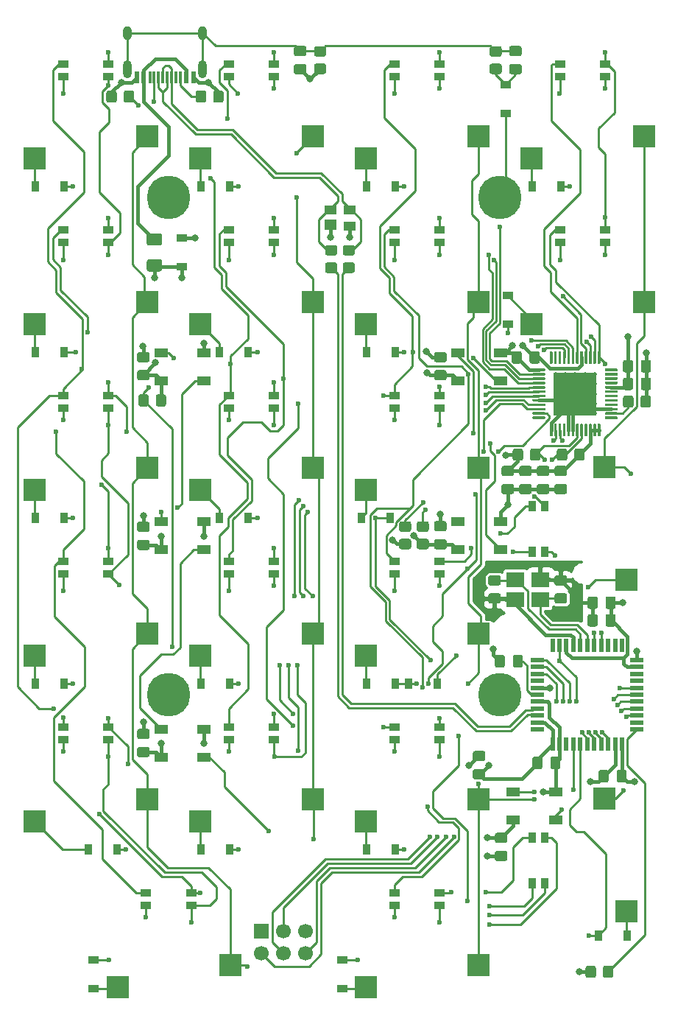
<source format=gbl>
G04 #@! TF.GenerationSoftware,KiCad,Pcbnew,(5.1.10)-1*
G04 #@! TF.CreationDate,2021-06-25T21:48:55+02:00*
G04 #@! TF.ProjectId,tfk21-avr,74666b32-312d-4617-9672-2e6b69636164,A*
G04 #@! TF.SameCoordinates,Original*
G04 #@! TF.FileFunction,Copper,L4,Bot*
G04 #@! TF.FilePolarity,Positive*
%FSLAX46Y46*%
G04 Gerber Fmt 4.6, Leading zero omitted, Abs format (unit mm)*
G04 Created by KiCad (PCBNEW (5.1.10)-1) date 2021-06-25 21:48:55*
%MOMM*%
%LPD*%
G01*
G04 APERTURE LIST*
G04 #@! TA.AperFunction,SMDPad,CuDef*
%ADD10R,0.600000X1.450000*%
G04 #@! TD*
G04 #@! TA.AperFunction,SMDPad,CuDef*
%ADD11R,0.300000X1.450000*%
G04 #@! TD*
G04 #@! TA.AperFunction,ComponentPad*
%ADD12O,1.000000X2.100000*%
G04 #@! TD*
G04 #@! TA.AperFunction,ComponentPad*
%ADD13O,1.000000X1.600000*%
G04 #@! TD*
G04 #@! TA.AperFunction,SMDPad,CuDef*
%ADD14R,2.500000X2.550000*%
G04 #@! TD*
G04 #@! TA.AperFunction,SMDPad,CuDef*
%ADD15R,2.550000X2.500000*%
G04 #@! TD*
G04 #@! TA.AperFunction,SMDPad,CuDef*
%ADD16R,1.190000X0.900000*%
G04 #@! TD*
G04 #@! TA.AperFunction,SMDPad,CuDef*
%ADD17R,0.900000X1.190000*%
G04 #@! TD*
G04 #@! TA.AperFunction,ComponentPad*
%ADD18C,5.000000*%
G04 #@! TD*
G04 #@! TA.AperFunction,SMDPad,CuDef*
%ADD19R,1.500000X1.000000*%
G04 #@! TD*
G04 #@! TA.AperFunction,SMDPad,CuDef*
%ADD20R,0.550000X1.500000*%
G04 #@! TD*
G04 #@! TA.AperFunction,SMDPad,CuDef*
%ADD21R,1.500000X0.550000*%
G04 #@! TD*
G04 #@! TA.AperFunction,SMDPad,CuDef*
%ADD22R,2.100000X1.800000*%
G04 #@! TD*
G04 #@! TA.AperFunction,ComponentPad*
%ADD23C,0.500000*%
G04 #@! TD*
G04 #@! TA.AperFunction,SMDPad,CuDef*
%ADD24R,5.000000X5.000000*%
G04 #@! TD*
G04 #@! TA.AperFunction,ComponentPad*
%ADD25R,1.700000X1.700000*%
G04 #@! TD*
G04 #@! TA.AperFunction,ComponentPad*
%ADD26C,1.700000*%
G04 #@! TD*
G04 #@! TA.AperFunction,SMDPad,CuDef*
%ADD27R,0.900000X1.200000*%
G04 #@! TD*
G04 #@! TA.AperFunction,SMDPad,CuDef*
%ADD28R,1.200000X0.900000*%
G04 #@! TD*
G04 #@! TA.AperFunction,SMDPad,CuDef*
%ADD29R,1.400000X1.000000*%
G04 #@! TD*
G04 #@! TA.AperFunction,SMDPad,CuDef*
%ADD30R,1.400000X1.200000*%
G04 #@! TD*
G04 #@! TA.AperFunction,ViaPad*
%ADD31C,0.800000*%
G04 #@! TD*
G04 #@! TA.AperFunction,ViaPad*
%ADD32C,0.600000*%
G04 #@! TD*
G04 #@! TA.AperFunction,Conductor*
%ADD33C,0.381000*%
G04 #@! TD*
G04 #@! TA.AperFunction,Conductor*
%ADD34C,0.254000*%
G04 #@! TD*
G04 #@! TA.AperFunction,Conductor*
%ADD35C,0.100000*%
G04 #@! TD*
G04 APERTURE END LIST*
D10*
X129059375Y-44129375D03*
X128259375Y-44129375D03*
X123359375Y-44129375D03*
X122559375Y-44129375D03*
X122559375Y-44129375D03*
X123359375Y-44129375D03*
X128259375Y-44129375D03*
X129059375Y-44129375D03*
D11*
X124059375Y-44129375D03*
X124559375Y-44129375D03*
X125059375Y-44129375D03*
X126059375Y-44129375D03*
X126559375Y-44129375D03*
X127059375Y-44129375D03*
X127559375Y-44129375D03*
X125559375Y-44129375D03*
D12*
X130129375Y-43214375D03*
X121489375Y-43214375D03*
D13*
X121489375Y-39034375D03*
X130129375Y-39034375D03*
D14*
X178911250Y-139985750D03*
X176371250Y-127058750D03*
D15*
X120364250Y-148748750D03*
X133291250Y-146208750D03*
D14*
X178911250Y-101885750D03*
X176371250Y-88958750D03*
D16*
X119276250Y-42588750D03*
X114086250Y-44088750D03*
X114086250Y-42588750D03*
X119276250Y-44088750D03*
X138326250Y-61638750D03*
X133136250Y-63138750D03*
X133136250Y-61638750D03*
X138326250Y-63138750D03*
D17*
X168001250Y-131548750D03*
X169501250Y-136738750D03*
X168001250Y-136738750D03*
X169501250Y-131548750D03*
D16*
X157376250Y-137838750D03*
X152186250Y-139338750D03*
X152186250Y-137838750D03*
X157376250Y-139338750D03*
X128801250Y-137838750D03*
X123611250Y-139338750D03*
X123611250Y-137838750D03*
X128801250Y-139338750D03*
X157376250Y-118788750D03*
X152186250Y-120288750D03*
X152186250Y-118788750D03*
X157376250Y-120288750D03*
X138326250Y-118788750D03*
X133136250Y-120288750D03*
X133136250Y-118788750D03*
X138326250Y-120288750D03*
X119276250Y-118788750D03*
X114086250Y-120288750D03*
X114086250Y-118788750D03*
X119276250Y-120288750D03*
D17*
X168001250Y-93448750D03*
X169501250Y-98638750D03*
X168001250Y-98638750D03*
X169501250Y-93448750D03*
D16*
X157376250Y-99738750D03*
X152186250Y-101238750D03*
X152186250Y-99738750D03*
X157376250Y-101238750D03*
X138326250Y-99738750D03*
X133136250Y-101238750D03*
X133136250Y-99738750D03*
X138326250Y-101238750D03*
X119276250Y-99738750D03*
X114086250Y-101238750D03*
X114086250Y-99738750D03*
X119276250Y-101238750D03*
X157376250Y-80688750D03*
X152186250Y-82188750D03*
X152186250Y-80688750D03*
X157376250Y-82188750D03*
X138326250Y-80688750D03*
X133136250Y-82188750D03*
X133136250Y-80688750D03*
X138326250Y-82188750D03*
X119276250Y-80688750D03*
X114086250Y-82188750D03*
X114086250Y-80688750D03*
X119276250Y-82188750D03*
X176426250Y-61638750D03*
X171236250Y-63138750D03*
X171236250Y-61638750D03*
X176426250Y-63138750D03*
X157376250Y-61638750D03*
X152186250Y-63138750D03*
X152186250Y-61638750D03*
X157376250Y-63138750D03*
X119276250Y-61638750D03*
X114086250Y-63138750D03*
X114086250Y-61638750D03*
X119276250Y-63138750D03*
X176426250Y-42588750D03*
X171236250Y-44088750D03*
X171236250Y-42588750D03*
X176426250Y-44088750D03*
X157376250Y-42588750D03*
X152186250Y-44088750D03*
X152186250Y-42588750D03*
X157376250Y-44088750D03*
X138326250Y-42588750D03*
X133136250Y-44088750D03*
X133136250Y-42588750D03*
X138326250Y-44088750D03*
D15*
X148939250Y-148748750D03*
X161866250Y-146208750D03*
X148939250Y-129698750D03*
X161866250Y-127158750D03*
X129889250Y-129698750D03*
X142816250Y-127158750D03*
X110839250Y-129698750D03*
X123766250Y-127158750D03*
X148939250Y-110648750D03*
X161866250Y-108108750D03*
X129889250Y-110648750D03*
X142816250Y-108108750D03*
X110839250Y-110648750D03*
X123766250Y-108108750D03*
X148939250Y-91598750D03*
X161866250Y-89058750D03*
X129889250Y-91598750D03*
X142816250Y-89058750D03*
X110839250Y-91598750D03*
X123766250Y-89058750D03*
X167989250Y-72548750D03*
X180916250Y-70008750D03*
X148939250Y-72548750D03*
X161866250Y-70008750D03*
X129889250Y-72548750D03*
X142816250Y-70008750D03*
X110839250Y-72548750D03*
X123766250Y-70008750D03*
X167989250Y-53498750D03*
X180916250Y-50958750D03*
X148939250Y-53498750D03*
X161866250Y-50958750D03*
X129889250Y-53498750D03*
X142816250Y-50958750D03*
X110839250Y-53498750D03*
X123766250Y-50958750D03*
D18*
X164306250Y-115093750D03*
G04 #@! TA.AperFunction,SMDPad,CuDef*
G36*
G01*
X123933000Y-80829999D02*
X123933000Y-81730001D01*
G75*
G02*
X123683001Y-81980000I-249999J0D01*
G01*
X122982999Y-81980000D01*
G75*
G02*
X122733000Y-81730001I0J249999D01*
G01*
X122733000Y-80829999D01*
G75*
G02*
X122982999Y-80580000I249999J0D01*
G01*
X123683001Y-80580000D01*
G75*
G02*
X123933000Y-80829999I0J-249999D01*
G01*
G37*
G04 #@! TD.AperFunction*
G04 #@! TA.AperFunction,SMDPad,CuDef*
G36*
G01*
X125933000Y-80829999D02*
X125933000Y-81730001D01*
G75*
G02*
X125683001Y-81980000I-249999J0D01*
G01*
X124982999Y-81980000D01*
G75*
G02*
X124733000Y-81730001I0J249999D01*
G01*
X124733000Y-80829999D01*
G75*
G02*
X124982999Y-80580000I249999J0D01*
G01*
X125683001Y-80580000D01*
G75*
G02*
X125933000Y-80829999I0J-249999D01*
G01*
G37*
G04 #@! TD.AperFunction*
D19*
X159475000Y-98437500D03*
X159475000Y-95237500D03*
X164375000Y-98437500D03*
X164375000Y-95237500D03*
X159475000Y-78990625D03*
X159475000Y-75790625D03*
X164375000Y-78990625D03*
X164375000Y-75790625D03*
X125343750Y-78990625D03*
X125343750Y-75790625D03*
X130243750Y-78990625D03*
X130243750Y-75790625D03*
X125343750Y-98437500D03*
X125343750Y-95237500D03*
X130243750Y-98437500D03*
X130243750Y-95237500D03*
X125343750Y-122250000D03*
X125343750Y-119050000D03*
X130243750Y-122250000D03*
X130243750Y-119050000D03*
X165825000Y-129489000D03*
X165825000Y-126289000D03*
X170725000Y-129489000D03*
X170725000Y-126289000D03*
G04 #@! TA.AperFunction,SMDPad,CuDef*
G36*
G01*
X157955000Y-96324000D02*
X157005000Y-96324000D01*
G75*
G02*
X156755000Y-96074000I0J250000D01*
G01*
X156755000Y-95399000D01*
G75*
G02*
X157005000Y-95149000I250000J0D01*
G01*
X157955000Y-95149000D01*
G75*
G02*
X158205000Y-95399000I0J-250000D01*
G01*
X158205000Y-96074000D01*
G75*
G02*
X157955000Y-96324000I-250000J0D01*
G01*
G37*
G04 #@! TD.AperFunction*
G04 #@! TA.AperFunction,SMDPad,CuDef*
G36*
G01*
X157955000Y-98399000D02*
X157005000Y-98399000D01*
G75*
G02*
X156755000Y-98149000I0J250000D01*
G01*
X156755000Y-97474000D01*
G75*
G02*
X157005000Y-97224000I250000J0D01*
G01*
X157955000Y-97224000D01*
G75*
G02*
X158205000Y-97474000I0J-250000D01*
G01*
X158205000Y-98149000D01*
G75*
G02*
X157955000Y-98399000I-250000J0D01*
G01*
G37*
G04 #@! TD.AperFunction*
G04 #@! TA.AperFunction,SMDPad,CuDef*
G36*
G01*
X157955000Y-76893000D02*
X157005000Y-76893000D01*
G75*
G02*
X156755000Y-76643000I0J250000D01*
G01*
X156755000Y-75968000D01*
G75*
G02*
X157005000Y-75718000I250000J0D01*
G01*
X157955000Y-75718000D01*
G75*
G02*
X158205000Y-75968000I0J-250000D01*
G01*
X158205000Y-76643000D01*
G75*
G02*
X157955000Y-76893000I-250000J0D01*
G01*
G37*
G04 #@! TD.AperFunction*
G04 #@! TA.AperFunction,SMDPad,CuDef*
G36*
G01*
X157955000Y-78968000D02*
X157005000Y-78968000D01*
G75*
G02*
X156755000Y-78718000I0J250000D01*
G01*
X156755000Y-78043000D01*
G75*
G02*
X157005000Y-77793000I250000J0D01*
G01*
X157955000Y-77793000D01*
G75*
G02*
X158205000Y-78043000I0J-250000D01*
G01*
X158205000Y-78718000D01*
G75*
G02*
X157955000Y-78968000I-250000J0D01*
G01*
G37*
G04 #@! TD.AperFunction*
G04 #@! TA.AperFunction,SMDPad,CuDef*
G36*
G01*
X123792000Y-76893000D02*
X122842000Y-76893000D01*
G75*
G02*
X122592000Y-76643000I0J250000D01*
G01*
X122592000Y-75968000D01*
G75*
G02*
X122842000Y-75718000I250000J0D01*
G01*
X123792000Y-75718000D01*
G75*
G02*
X124042000Y-75968000I0J-250000D01*
G01*
X124042000Y-76643000D01*
G75*
G02*
X123792000Y-76893000I-250000J0D01*
G01*
G37*
G04 #@! TD.AperFunction*
G04 #@! TA.AperFunction,SMDPad,CuDef*
G36*
G01*
X123792000Y-78968000D02*
X122842000Y-78968000D01*
G75*
G02*
X122592000Y-78718000I0J250000D01*
G01*
X122592000Y-78043000D01*
G75*
G02*
X122842000Y-77793000I250000J0D01*
G01*
X123792000Y-77793000D01*
G75*
G02*
X124042000Y-78043000I0J-250000D01*
G01*
X124042000Y-78718000D01*
G75*
G02*
X123792000Y-78968000I-250000J0D01*
G01*
G37*
G04 #@! TD.AperFunction*
G04 #@! TA.AperFunction,SMDPad,CuDef*
G36*
G01*
X123792000Y-96387500D02*
X122842000Y-96387500D01*
G75*
G02*
X122592000Y-96137500I0J250000D01*
G01*
X122592000Y-95462500D01*
G75*
G02*
X122842000Y-95212500I250000J0D01*
G01*
X123792000Y-95212500D01*
G75*
G02*
X124042000Y-95462500I0J-250000D01*
G01*
X124042000Y-96137500D01*
G75*
G02*
X123792000Y-96387500I-250000J0D01*
G01*
G37*
G04 #@! TD.AperFunction*
G04 #@! TA.AperFunction,SMDPad,CuDef*
G36*
G01*
X123792000Y-98462500D02*
X122842000Y-98462500D01*
G75*
G02*
X122592000Y-98212500I0J250000D01*
G01*
X122592000Y-97537500D01*
G75*
G02*
X122842000Y-97287500I250000J0D01*
G01*
X123792000Y-97287500D01*
G75*
G02*
X124042000Y-97537500I0J-250000D01*
G01*
X124042000Y-98212500D01*
G75*
G02*
X123792000Y-98462500I-250000J0D01*
G01*
G37*
G04 #@! TD.AperFunction*
G04 #@! TA.AperFunction,SMDPad,CuDef*
G36*
G01*
X123792000Y-120200000D02*
X122842000Y-120200000D01*
G75*
G02*
X122592000Y-119950000I0J250000D01*
G01*
X122592000Y-119275000D01*
G75*
G02*
X122842000Y-119025000I250000J0D01*
G01*
X123792000Y-119025000D01*
G75*
G02*
X124042000Y-119275000I0J-250000D01*
G01*
X124042000Y-119950000D01*
G75*
G02*
X123792000Y-120200000I-250000J0D01*
G01*
G37*
G04 #@! TD.AperFunction*
G04 #@! TA.AperFunction,SMDPad,CuDef*
G36*
G01*
X123792000Y-122275000D02*
X122842000Y-122275000D01*
G75*
G02*
X122592000Y-122025000I0J250000D01*
G01*
X122592000Y-121350000D01*
G75*
G02*
X122842000Y-121100000I250000J0D01*
G01*
X123792000Y-121100000D01*
G75*
G02*
X124042000Y-121350000I0J-250000D01*
G01*
X124042000Y-122025000D01*
G75*
G02*
X123792000Y-122275000I-250000J0D01*
G01*
G37*
G04 #@! TD.AperFunction*
G04 #@! TA.AperFunction,SMDPad,CuDef*
G36*
G01*
X163990000Y-133038000D02*
X164940000Y-133038000D01*
G75*
G02*
X165190000Y-133288000I0J-250000D01*
G01*
X165190000Y-133963000D01*
G75*
G02*
X164940000Y-134213000I-250000J0D01*
G01*
X163990000Y-134213000D01*
G75*
G02*
X163740000Y-133963000I0J250000D01*
G01*
X163740000Y-133288000D01*
G75*
G02*
X163990000Y-133038000I250000J0D01*
G01*
G37*
G04 #@! TD.AperFunction*
G04 #@! TA.AperFunction,SMDPad,CuDef*
G36*
G01*
X163990000Y-130963000D02*
X164940000Y-130963000D01*
G75*
G02*
X165190000Y-131213000I0J-250000D01*
G01*
X165190000Y-131888000D01*
G75*
G02*
X164940000Y-132138000I-250000J0D01*
G01*
X163990000Y-132138000D01*
G75*
G02*
X163740000Y-131888000I0J250000D01*
G01*
X163740000Y-131213000D01*
G75*
G02*
X163990000Y-130963000I250000J0D01*
G01*
G37*
G04 #@! TD.AperFunction*
D20*
X170371000Y-120793750D03*
X171171000Y-120793750D03*
X171971000Y-120793750D03*
X172771000Y-120793750D03*
X173571000Y-120793750D03*
X174371000Y-120793750D03*
X175171000Y-120793750D03*
X175971000Y-120793750D03*
X176771000Y-120793750D03*
X177571000Y-120793750D03*
X178371000Y-120793750D03*
D21*
X180071000Y-119093750D03*
X180071000Y-118293750D03*
X180071000Y-117493750D03*
X180071000Y-116693750D03*
X180071000Y-115893750D03*
X180071000Y-115093750D03*
X180071000Y-114293750D03*
X180071000Y-113493750D03*
X180071000Y-112693750D03*
X180071000Y-111893750D03*
X180071000Y-111093750D03*
D20*
X178371000Y-109393750D03*
X177571000Y-109393750D03*
X176771000Y-109393750D03*
X175971000Y-109393750D03*
X175171000Y-109393750D03*
X174371000Y-109393750D03*
X173571000Y-109393750D03*
X172771000Y-109393750D03*
X171971000Y-109393750D03*
X171171000Y-109393750D03*
X170371000Y-109393750D03*
D21*
X168671000Y-111093750D03*
X168671000Y-111893750D03*
X168671000Y-112693750D03*
X168671000Y-113493750D03*
X168671000Y-114293750D03*
X168671000Y-115093750D03*
X168671000Y-115893750D03*
X168671000Y-116693750D03*
X168671000Y-117493750D03*
X168671000Y-118293750D03*
X168671000Y-119093750D03*
D18*
X126206250Y-115093750D03*
D22*
X168963000Y-101847000D03*
X166063000Y-101847000D03*
X166063000Y-104147000D03*
X168963000Y-104147000D03*
D23*
X175224000Y-78268000D03*
X174099000Y-78268000D03*
X172974000Y-78268000D03*
X171849000Y-78268000D03*
X170724000Y-78268000D03*
X175224000Y-79393000D03*
X174099000Y-79393000D03*
X172974000Y-79393000D03*
X171849000Y-79393000D03*
X170724000Y-79393000D03*
X175224000Y-80518000D03*
X174099000Y-80518000D03*
X172974000Y-80518000D03*
X171849000Y-80518000D03*
X170724000Y-80518000D03*
X175224000Y-81643000D03*
X174099000Y-81643000D03*
X172974000Y-81643000D03*
X171849000Y-81643000D03*
X170724000Y-81643000D03*
X175224000Y-82768000D03*
X174099000Y-82768000D03*
X172974000Y-82768000D03*
X171849000Y-82768000D03*
X170724000Y-82768000D03*
D24*
X172974000Y-80518000D03*
G04 #@! TA.AperFunction,SMDPad,CuDef*
G36*
G01*
X170074000Y-85343000D02*
X170074000Y-84018000D01*
G75*
G02*
X170149000Y-83943000I75000J0D01*
G01*
X170299000Y-83943000D01*
G75*
G02*
X170374000Y-84018000I0J-75000D01*
G01*
X170374000Y-85343000D01*
G75*
G02*
X170299000Y-85418000I-75000J0D01*
G01*
X170149000Y-85418000D01*
G75*
G02*
X170074000Y-85343000I0J75000D01*
G01*
G37*
G04 #@! TD.AperFunction*
G04 #@! TA.AperFunction,SMDPad,CuDef*
G36*
G01*
X170574000Y-85343000D02*
X170574000Y-84018000D01*
G75*
G02*
X170649000Y-83943000I75000J0D01*
G01*
X170799000Y-83943000D01*
G75*
G02*
X170874000Y-84018000I0J-75000D01*
G01*
X170874000Y-85343000D01*
G75*
G02*
X170799000Y-85418000I-75000J0D01*
G01*
X170649000Y-85418000D01*
G75*
G02*
X170574000Y-85343000I0J75000D01*
G01*
G37*
G04 #@! TD.AperFunction*
G04 #@! TA.AperFunction,SMDPad,CuDef*
G36*
G01*
X171074000Y-85343000D02*
X171074000Y-84018000D01*
G75*
G02*
X171149000Y-83943000I75000J0D01*
G01*
X171299000Y-83943000D01*
G75*
G02*
X171374000Y-84018000I0J-75000D01*
G01*
X171374000Y-85343000D01*
G75*
G02*
X171299000Y-85418000I-75000J0D01*
G01*
X171149000Y-85418000D01*
G75*
G02*
X171074000Y-85343000I0J75000D01*
G01*
G37*
G04 #@! TD.AperFunction*
G04 #@! TA.AperFunction,SMDPad,CuDef*
G36*
G01*
X171574000Y-85343000D02*
X171574000Y-84018000D01*
G75*
G02*
X171649000Y-83943000I75000J0D01*
G01*
X171799000Y-83943000D01*
G75*
G02*
X171874000Y-84018000I0J-75000D01*
G01*
X171874000Y-85343000D01*
G75*
G02*
X171799000Y-85418000I-75000J0D01*
G01*
X171649000Y-85418000D01*
G75*
G02*
X171574000Y-85343000I0J75000D01*
G01*
G37*
G04 #@! TD.AperFunction*
G04 #@! TA.AperFunction,SMDPad,CuDef*
G36*
G01*
X172074000Y-85343000D02*
X172074000Y-84018000D01*
G75*
G02*
X172149000Y-83943000I75000J0D01*
G01*
X172299000Y-83943000D01*
G75*
G02*
X172374000Y-84018000I0J-75000D01*
G01*
X172374000Y-85343000D01*
G75*
G02*
X172299000Y-85418000I-75000J0D01*
G01*
X172149000Y-85418000D01*
G75*
G02*
X172074000Y-85343000I0J75000D01*
G01*
G37*
G04 #@! TD.AperFunction*
G04 #@! TA.AperFunction,SMDPad,CuDef*
G36*
G01*
X172574000Y-85343000D02*
X172574000Y-84018000D01*
G75*
G02*
X172649000Y-83943000I75000J0D01*
G01*
X172799000Y-83943000D01*
G75*
G02*
X172874000Y-84018000I0J-75000D01*
G01*
X172874000Y-85343000D01*
G75*
G02*
X172799000Y-85418000I-75000J0D01*
G01*
X172649000Y-85418000D01*
G75*
G02*
X172574000Y-85343000I0J75000D01*
G01*
G37*
G04 #@! TD.AperFunction*
G04 #@! TA.AperFunction,SMDPad,CuDef*
G36*
G01*
X173074000Y-85343000D02*
X173074000Y-84018000D01*
G75*
G02*
X173149000Y-83943000I75000J0D01*
G01*
X173299000Y-83943000D01*
G75*
G02*
X173374000Y-84018000I0J-75000D01*
G01*
X173374000Y-85343000D01*
G75*
G02*
X173299000Y-85418000I-75000J0D01*
G01*
X173149000Y-85418000D01*
G75*
G02*
X173074000Y-85343000I0J75000D01*
G01*
G37*
G04 #@! TD.AperFunction*
G04 #@! TA.AperFunction,SMDPad,CuDef*
G36*
G01*
X173574000Y-85343000D02*
X173574000Y-84018000D01*
G75*
G02*
X173649000Y-83943000I75000J0D01*
G01*
X173799000Y-83943000D01*
G75*
G02*
X173874000Y-84018000I0J-75000D01*
G01*
X173874000Y-85343000D01*
G75*
G02*
X173799000Y-85418000I-75000J0D01*
G01*
X173649000Y-85418000D01*
G75*
G02*
X173574000Y-85343000I0J75000D01*
G01*
G37*
G04 #@! TD.AperFunction*
G04 #@! TA.AperFunction,SMDPad,CuDef*
G36*
G01*
X174074000Y-85343000D02*
X174074000Y-84018000D01*
G75*
G02*
X174149000Y-83943000I75000J0D01*
G01*
X174299000Y-83943000D01*
G75*
G02*
X174374000Y-84018000I0J-75000D01*
G01*
X174374000Y-85343000D01*
G75*
G02*
X174299000Y-85418000I-75000J0D01*
G01*
X174149000Y-85418000D01*
G75*
G02*
X174074000Y-85343000I0J75000D01*
G01*
G37*
G04 #@! TD.AperFunction*
G04 #@! TA.AperFunction,SMDPad,CuDef*
G36*
G01*
X174574000Y-85343000D02*
X174574000Y-84018000D01*
G75*
G02*
X174649000Y-83943000I75000J0D01*
G01*
X174799000Y-83943000D01*
G75*
G02*
X174874000Y-84018000I0J-75000D01*
G01*
X174874000Y-85343000D01*
G75*
G02*
X174799000Y-85418000I-75000J0D01*
G01*
X174649000Y-85418000D01*
G75*
G02*
X174574000Y-85343000I0J75000D01*
G01*
G37*
G04 #@! TD.AperFunction*
G04 #@! TA.AperFunction,SMDPad,CuDef*
G36*
G01*
X175074000Y-85343000D02*
X175074000Y-84018000D01*
G75*
G02*
X175149000Y-83943000I75000J0D01*
G01*
X175299000Y-83943000D01*
G75*
G02*
X175374000Y-84018000I0J-75000D01*
G01*
X175374000Y-85343000D01*
G75*
G02*
X175299000Y-85418000I-75000J0D01*
G01*
X175149000Y-85418000D01*
G75*
G02*
X175074000Y-85343000I0J75000D01*
G01*
G37*
G04 #@! TD.AperFunction*
G04 #@! TA.AperFunction,SMDPad,CuDef*
G36*
G01*
X175574000Y-85343000D02*
X175574000Y-84018000D01*
G75*
G02*
X175649000Y-83943000I75000J0D01*
G01*
X175799000Y-83943000D01*
G75*
G02*
X175874000Y-84018000I0J-75000D01*
G01*
X175874000Y-85343000D01*
G75*
G02*
X175799000Y-85418000I-75000J0D01*
G01*
X175649000Y-85418000D01*
G75*
G02*
X175574000Y-85343000I0J75000D01*
G01*
G37*
G04 #@! TD.AperFunction*
G04 #@! TA.AperFunction,SMDPad,CuDef*
G36*
G01*
X176399000Y-83343000D02*
X176399000Y-83193000D01*
G75*
G02*
X176474000Y-83118000I75000J0D01*
G01*
X177799000Y-83118000D01*
G75*
G02*
X177874000Y-83193000I0J-75000D01*
G01*
X177874000Y-83343000D01*
G75*
G02*
X177799000Y-83418000I-75000J0D01*
G01*
X176474000Y-83418000D01*
G75*
G02*
X176399000Y-83343000I0J75000D01*
G01*
G37*
G04 #@! TD.AperFunction*
G04 #@! TA.AperFunction,SMDPad,CuDef*
G36*
G01*
X176399000Y-82843000D02*
X176399000Y-82693000D01*
G75*
G02*
X176474000Y-82618000I75000J0D01*
G01*
X177799000Y-82618000D01*
G75*
G02*
X177874000Y-82693000I0J-75000D01*
G01*
X177874000Y-82843000D01*
G75*
G02*
X177799000Y-82918000I-75000J0D01*
G01*
X176474000Y-82918000D01*
G75*
G02*
X176399000Y-82843000I0J75000D01*
G01*
G37*
G04 #@! TD.AperFunction*
G04 #@! TA.AperFunction,SMDPad,CuDef*
G36*
G01*
X176399000Y-82343000D02*
X176399000Y-82193000D01*
G75*
G02*
X176474000Y-82118000I75000J0D01*
G01*
X177799000Y-82118000D01*
G75*
G02*
X177874000Y-82193000I0J-75000D01*
G01*
X177874000Y-82343000D01*
G75*
G02*
X177799000Y-82418000I-75000J0D01*
G01*
X176474000Y-82418000D01*
G75*
G02*
X176399000Y-82343000I0J75000D01*
G01*
G37*
G04 #@! TD.AperFunction*
G04 #@! TA.AperFunction,SMDPad,CuDef*
G36*
G01*
X176399000Y-81843000D02*
X176399000Y-81693000D01*
G75*
G02*
X176474000Y-81618000I75000J0D01*
G01*
X177799000Y-81618000D01*
G75*
G02*
X177874000Y-81693000I0J-75000D01*
G01*
X177874000Y-81843000D01*
G75*
G02*
X177799000Y-81918000I-75000J0D01*
G01*
X176474000Y-81918000D01*
G75*
G02*
X176399000Y-81843000I0J75000D01*
G01*
G37*
G04 #@! TD.AperFunction*
G04 #@! TA.AperFunction,SMDPad,CuDef*
G36*
G01*
X176399000Y-81343000D02*
X176399000Y-81193000D01*
G75*
G02*
X176474000Y-81118000I75000J0D01*
G01*
X177799000Y-81118000D01*
G75*
G02*
X177874000Y-81193000I0J-75000D01*
G01*
X177874000Y-81343000D01*
G75*
G02*
X177799000Y-81418000I-75000J0D01*
G01*
X176474000Y-81418000D01*
G75*
G02*
X176399000Y-81343000I0J75000D01*
G01*
G37*
G04 #@! TD.AperFunction*
G04 #@! TA.AperFunction,SMDPad,CuDef*
G36*
G01*
X176399000Y-80843000D02*
X176399000Y-80693000D01*
G75*
G02*
X176474000Y-80618000I75000J0D01*
G01*
X177799000Y-80618000D01*
G75*
G02*
X177874000Y-80693000I0J-75000D01*
G01*
X177874000Y-80843000D01*
G75*
G02*
X177799000Y-80918000I-75000J0D01*
G01*
X176474000Y-80918000D01*
G75*
G02*
X176399000Y-80843000I0J75000D01*
G01*
G37*
G04 #@! TD.AperFunction*
G04 #@! TA.AperFunction,SMDPad,CuDef*
G36*
G01*
X176399000Y-80343000D02*
X176399000Y-80193000D01*
G75*
G02*
X176474000Y-80118000I75000J0D01*
G01*
X177799000Y-80118000D01*
G75*
G02*
X177874000Y-80193000I0J-75000D01*
G01*
X177874000Y-80343000D01*
G75*
G02*
X177799000Y-80418000I-75000J0D01*
G01*
X176474000Y-80418000D01*
G75*
G02*
X176399000Y-80343000I0J75000D01*
G01*
G37*
G04 #@! TD.AperFunction*
G04 #@! TA.AperFunction,SMDPad,CuDef*
G36*
G01*
X176399000Y-79843000D02*
X176399000Y-79693000D01*
G75*
G02*
X176474000Y-79618000I75000J0D01*
G01*
X177799000Y-79618000D01*
G75*
G02*
X177874000Y-79693000I0J-75000D01*
G01*
X177874000Y-79843000D01*
G75*
G02*
X177799000Y-79918000I-75000J0D01*
G01*
X176474000Y-79918000D01*
G75*
G02*
X176399000Y-79843000I0J75000D01*
G01*
G37*
G04 #@! TD.AperFunction*
G04 #@! TA.AperFunction,SMDPad,CuDef*
G36*
G01*
X176399000Y-79343000D02*
X176399000Y-79193000D01*
G75*
G02*
X176474000Y-79118000I75000J0D01*
G01*
X177799000Y-79118000D01*
G75*
G02*
X177874000Y-79193000I0J-75000D01*
G01*
X177874000Y-79343000D01*
G75*
G02*
X177799000Y-79418000I-75000J0D01*
G01*
X176474000Y-79418000D01*
G75*
G02*
X176399000Y-79343000I0J75000D01*
G01*
G37*
G04 #@! TD.AperFunction*
G04 #@! TA.AperFunction,SMDPad,CuDef*
G36*
G01*
X176399000Y-78843000D02*
X176399000Y-78693000D01*
G75*
G02*
X176474000Y-78618000I75000J0D01*
G01*
X177799000Y-78618000D01*
G75*
G02*
X177874000Y-78693000I0J-75000D01*
G01*
X177874000Y-78843000D01*
G75*
G02*
X177799000Y-78918000I-75000J0D01*
G01*
X176474000Y-78918000D01*
G75*
G02*
X176399000Y-78843000I0J75000D01*
G01*
G37*
G04 #@! TD.AperFunction*
G04 #@! TA.AperFunction,SMDPad,CuDef*
G36*
G01*
X176399000Y-78343000D02*
X176399000Y-78193000D01*
G75*
G02*
X176474000Y-78118000I75000J0D01*
G01*
X177799000Y-78118000D01*
G75*
G02*
X177874000Y-78193000I0J-75000D01*
G01*
X177874000Y-78343000D01*
G75*
G02*
X177799000Y-78418000I-75000J0D01*
G01*
X176474000Y-78418000D01*
G75*
G02*
X176399000Y-78343000I0J75000D01*
G01*
G37*
G04 #@! TD.AperFunction*
G04 #@! TA.AperFunction,SMDPad,CuDef*
G36*
G01*
X176399000Y-77843000D02*
X176399000Y-77693000D01*
G75*
G02*
X176474000Y-77618000I75000J0D01*
G01*
X177799000Y-77618000D01*
G75*
G02*
X177874000Y-77693000I0J-75000D01*
G01*
X177874000Y-77843000D01*
G75*
G02*
X177799000Y-77918000I-75000J0D01*
G01*
X176474000Y-77918000D01*
G75*
G02*
X176399000Y-77843000I0J75000D01*
G01*
G37*
G04 #@! TD.AperFunction*
G04 #@! TA.AperFunction,SMDPad,CuDef*
G36*
G01*
X175574000Y-77018000D02*
X175574000Y-75693000D01*
G75*
G02*
X175649000Y-75618000I75000J0D01*
G01*
X175799000Y-75618000D01*
G75*
G02*
X175874000Y-75693000I0J-75000D01*
G01*
X175874000Y-77018000D01*
G75*
G02*
X175799000Y-77093000I-75000J0D01*
G01*
X175649000Y-77093000D01*
G75*
G02*
X175574000Y-77018000I0J75000D01*
G01*
G37*
G04 #@! TD.AperFunction*
G04 #@! TA.AperFunction,SMDPad,CuDef*
G36*
G01*
X175074000Y-77018000D02*
X175074000Y-75693000D01*
G75*
G02*
X175149000Y-75618000I75000J0D01*
G01*
X175299000Y-75618000D01*
G75*
G02*
X175374000Y-75693000I0J-75000D01*
G01*
X175374000Y-77018000D01*
G75*
G02*
X175299000Y-77093000I-75000J0D01*
G01*
X175149000Y-77093000D01*
G75*
G02*
X175074000Y-77018000I0J75000D01*
G01*
G37*
G04 #@! TD.AperFunction*
G04 #@! TA.AperFunction,SMDPad,CuDef*
G36*
G01*
X174574000Y-77018000D02*
X174574000Y-75693000D01*
G75*
G02*
X174649000Y-75618000I75000J0D01*
G01*
X174799000Y-75618000D01*
G75*
G02*
X174874000Y-75693000I0J-75000D01*
G01*
X174874000Y-77018000D01*
G75*
G02*
X174799000Y-77093000I-75000J0D01*
G01*
X174649000Y-77093000D01*
G75*
G02*
X174574000Y-77018000I0J75000D01*
G01*
G37*
G04 #@! TD.AperFunction*
G04 #@! TA.AperFunction,SMDPad,CuDef*
G36*
G01*
X174074000Y-77018000D02*
X174074000Y-75693000D01*
G75*
G02*
X174149000Y-75618000I75000J0D01*
G01*
X174299000Y-75618000D01*
G75*
G02*
X174374000Y-75693000I0J-75000D01*
G01*
X174374000Y-77018000D01*
G75*
G02*
X174299000Y-77093000I-75000J0D01*
G01*
X174149000Y-77093000D01*
G75*
G02*
X174074000Y-77018000I0J75000D01*
G01*
G37*
G04 #@! TD.AperFunction*
G04 #@! TA.AperFunction,SMDPad,CuDef*
G36*
G01*
X173574000Y-77018000D02*
X173574000Y-75693000D01*
G75*
G02*
X173649000Y-75618000I75000J0D01*
G01*
X173799000Y-75618000D01*
G75*
G02*
X173874000Y-75693000I0J-75000D01*
G01*
X173874000Y-77018000D01*
G75*
G02*
X173799000Y-77093000I-75000J0D01*
G01*
X173649000Y-77093000D01*
G75*
G02*
X173574000Y-77018000I0J75000D01*
G01*
G37*
G04 #@! TD.AperFunction*
G04 #@! TA.AperFunction,SMDPad,CuDef*
G36*
G01*
X173074000Y-77018000D02*
X173074000Y-75693000D01*
G75*
G02*
X173149000Y-75618000I75000J0D01*
G01*
X173299000Y-75618000D01*
G75*
G02*
X173374000Y-75693000I0J-75000D01*
G01*
X173374000Y-77018000D01*
G75*
G02*
X173299000Y-77093000I-75000J0D01*
G01*
X173149000Y-77093000D01*
G75*
G02*
X173074000Y-77018000I0J75000D01*
G01*
G37*
G04 #@! TD.AperFunction*
G04 #@! TA.AperFunction,SMDPad,CuDef*
G36*
G01*
X172574000Y-77018000D02*
X172574000Y-75693000D01*
G75*
G02*
X172649000Y-75618000I75000J0D01*
G01*
X172799000Y-75618000D01*
G75*
G02*
X172874000Y-75693000I0J-75000D01*
G01*
X172874000Y-77018000D01*
G75*
G02*
X172799000Y-77093000I-75000J0D01*
G01*
X172649000Y-77093000D01*
G75*
G02*
X172574000Y-77018000I0J75000D01*
G01*
G37*
G04 #@! TD.AperFunction*
G04 #@! TA.AperFunction,SMDPad,CuDef*
G36*
G01*
X172074000Y-77018000D02*
X172074000Y-75693000D01*
G75*
G02*
X172149000Y-75618000I75000J0D01*
G01*
X172299000Y-75618000D01*
G75*
G02*
X172374000Y-75693000I0J-75000D01*
G01*
X172374000Y-77018000D01*
G75*
G02*
X172299000Y-77093000I-75000J0D01*
G01*
X172149000Y-77093000D01*
G75*
G02*
X172074000Y-77018000I0J75000D01*
G01*
G37*
G04 #@! TD.AperFunction*
G04 #@! TA.AperFunction,SMDPad,CuDef*
G36*
G01*
X171574000Y-77018000D02*
X171574000Y-75693000D01*
G75*
G02*
X171649000Y-75618000I75000J0D01*
G01*
X171799000Y-75618000D01*
G75*
G02*
X171874000Y-75693000I0J-75000D01*
G01*
X171874000Y-77018000D01*
G75*
G02*
X171799000Y-77093000I-75000J0D01*
G01*
X171649000Y-77093000D01*
G75*
G02*
X171574000Y-77018000I0J75000D01*
G01*
G37*
G04 #@! TD.AperFunction*
G04 #@! TA.AperFunction,SMDPad,CuDef*
G36*
G01*
X171074000Y-77018000D02*
X171074000Y-75693000D01*
G75*
G02*
X171149000Y-75618000I75000J0D01*
G01*
X171299000Y-75618000D01*
G75*
G02*
X171374000Y-75693000I0J-75000D01*
G01*
X171374000Y-77018000D01*
G75*
G02*
X171299000Y-77093000I-75000J0D01*
G01*
X171149000Y-77093000D01*
G75*
G02*
X171074000Y-77018000I0J75000D01*
G01*
G37*
G04 #@! TD.AperFunction*
G04 #@! TA.AperFunction,SMDPad,CuDef*
G36*
G01*
X170574000Y-77018000D02*
X170574000Y-75693000D01*
G75*
G02*
X170649000Y-75618000I75000J0D01*
G01*
X170799000Y-75618000D01*
G75*
G02*
X170874000Y-75693000I0J-75000D01*
G01*
X170874000Y-77018000D01*
G75*
G02*
X170799000Y-77093000I-75000J0D01*
G01*
X170649000Y-77093000D01*
G75*
G02*
X170574000Y-77018000I0J75000D01*
G01*
G37*
G04 #@! TD.AperFunction*
G04 #@! TA.AperFunction,SMDPad,CuDef*
G36*
G01*
X170074000Y-77018000D02*
X170074000Y-75693000D01*
G75*
G02*
X170149000Y-75618000I75000J0D01*
G01*
X170299000Y-75618000D01*
G75*
G02*
X170374000Y-75693000I0J-75000D01*
G01*
X170374000Y-77018000D01*
G75*
G02*
X170299000Y-77093000I-75000J0D01*
G01*
X170149000Y-77093000D01*
G75*
G02*
X170074000Y-77018000I0J75000D01*
G01*
G37*
G04 #@! TD.AperFunction*
G04 #@! TA.AperFunction,SMDPad,CuDef*
G36*
G01*
X168074000Y-77843000D02*
X168074000Y-77693000D01*
G75*
G02*
X168149000Y-77618000I75000J0D01*
G01*
X169474000Y-77618000D01*
G75*
G02*
X169549000Y-77693000I0J-75000D01*
G01*
X169549000Y-77843000D01*
G75*
G02*
X169474000Y-77918000I-75000J0D01*
G01*
X168149000Y-77918000D01*
G75*
G02*
X168074000Y-77843000I0J75000D01*
G01*
G37*
G04 #@! TD.AperFunction*
G04 #@! TA.AperFunction,SMDPad,CuDef*
G36*
G01*
X168074000Y-78343000D02*
X168074000Y-78193000D01*
G75*
G02*
X168149000Y-78118000I75000J0D01*
G01*
X169474000Y-78118000D01*
G75*
G02*
X169549000Y-78193000I0J-75000D01*
G01*
X169549000Y-78343000D01*
G75*
G02*
X169474000Y-78418000I-75000J0D01*
G01*
X168149000Y-78418000D01*
G75*
G02*
X168074000Y-78343000I0J75000D01*
G01*
G37*
G04 #@! TD.AperFunction*
G04 #@! TA.AperFunction,SMDPad,CuDef*
G36*
G01*
X168074000Y-78843000D02*
X168074000Y-78693000D01*
G75*
G02*
X168149000Y-78618000I75000J0D01*
G01*
X169474000Y-78618000D01*
G75*
G02*
X169549000Y-78693000I0J-75000D01*
G01*
X169549000Y-78843000D01*
G75*
G02*
X169474000Y-78918000I-75000J0D01*
G01*
X168149000Y-78918000D01*
G75*
G02*
X168074000Y-78843000I0J75000D01*
G01*
G37*
G04 #@! TD.AperFunction*
G04 #@! TA.AperFunction,SMDPad,CuDef*
G36*
G01*
X168074000Y-79343000D02*
X168074000Y-79193000D01*
G75*
G02*
X168149000Y-79118000I75000J0D01*
G01*
X169474000Y-79118000D01*
G75*
G02*
X169549000Y-79193000I0J-75000D01*
G01*
X169549000Y-79343000D01*
G75*
G02*
X169474000Y-79418000I-75000J0D01*
G01*
X168149000Y-79418000D01*
G75*
G02*
X168074000Y-79343000I0J75000D01*
G01*
G37*
G04 #@! TD.AperFunction*
G04 #@! TA.AperFunction,SMDPad,CuDef*
G36*
G01*
X168074000Y-79843000D02*
X168074000Y-79693000D01*
G75*
G02*
X168149000Y-79618000I75000J0D01*
G01*
X169474000Y-79618000D01*
G75*
G02*
X169549000Y-79693000I0J-75000D01*
G01*
X169549000Y-79843000D01*
G75*
G02*
X169474000Y-79918000I-75000J0D01*
G01*
X168149000Y-79918000D01*
G75*
G02*
X168074000Y-79843000I0J75000D01*
G01*
G37*
G04 #@! TD.AperFunction*
G04 #@! TA.AperFunction,SMDPad,CuDef*
G36*
G01*
X168074000Y-80343000D02*
X168074000Y-80193000D01*
G75*
G02*
X168149000Y-80118000I75000J0D01*
G01*
X169474000Y-80118000D01*
G75*
G02*
X169549000Y-80193000I0J-75000D01*
G01*
X169549000Y-80343000D01*
G75*
G02*
X169474000Y-80418000I-75000J0D01*
G01*
X168149000Y-80418000D01*
G75*
G02*
X168074000Y-80343000I0J75000D01*
G01*
G37*
G04 #@! TD.AperFunction*
G04 #@! TA.AperFunction,SMDPad,CuDef*
G36*
G01*
X168074000Y-80843000D02*
X168074000Y-80693000D01*
G75*
G02*
X168149000Y-80618000I75000J0D01*
G01*
X169474000Y-80618000D01*
G75*
G02*
X169549000Y-80693000I0J-75000D01*
G01*
X169549000Y-80843000D01*
G75*
G02*
X169474000Y-80918000I-75000J0D01*
G01*
X168149000Y-80918000D01*
G75*
G02*
X168074000Y-80843000I0J75000D01*
G01*
G37*
G04 #@! TD.AperFunction*
G04 #@! TA.AperFunction,SMDPad,CuDef*
G36*
G01*
X168074000Y-81343000D02*
X168074000Y-81193000D01*
G75*
G02*
X168149000Y-81118000I75000J0D01*
G01*
X169474000Y-81118000D01*
G75*
G02*
X169549000Y-81193000I0J-75000D01*
G01*
X169549000Y-81343000D01*
G75*
G02*
X169474000Y-81418000I-75000J0D01*
G01*
X168149000Y-81418000D01*
G75*
G02*
X168074000Y-81343000I0J75000D01*
G01*
G37*
G04 #@! TD.AperFunction*
G04 #@! TA.AperFunction,SMDPad,CuDef*
G36*
G01*
X168074000Y-81843000D02*
X168074000Y-81693000D01*
G75*
G02*
X168149000Y-81618000I75000J0D01*
G01*
X169474000Y-81618000D01*
G75*
G02*
X169549000Y-81693000I0J-75000D01*
G01*
X169549000Y-81843000D01*
G75*
G02*
X169474000Y-81918000I-75000J0D01*
G01*
X168149000Y-81918000D01*
G75*
G02*
X168074000Y-81843000I0J75000D01*
G01*
G37*
G04 #@! TD.AperFunction*
G04 #@! TA.AperFunction,SMDPad,CuDef*
G36*
G01*
X168074000Y-82343000D02*
X168074000Y-82193000D01*
G75*
G02*
X168149000Y-82118000I75000J0D01*
G01*
X169474000Y-82118000D01*
G75*
G02*
X169549000Y-82193000I0J-75000D01*
G01*
X169549000Y-82343000D01*
G75*
G02*
X169474000Y-82418000I-75000J0D01*
G01*
X168149000Y-82418000D01*
G75*
G02*
X168074000Y-82343000I0J75000D01*
G01*
G37*
G04 #@! TD.AperFunction*
G04 #@! TA.AperFunction,SMDPad,CuDef*
G36*
G01*
X168074000Y-82843000D02*
X168074000Y-82693000D01*
G75*
G02*
X168149000Y-82618000I75000J0D01*
G01*
X169474000Y-82618000D01*
G75*
G02*
X169549000Y-82693000I0J-75000D01*
G01*
X169549000Y-82843000D01*
G75*
G02*
X169474000Y-82918000I-75000J0D01*
G01*
X168149000Y-82918000D01*
G75*
G02*
X168074000Y-82843000I0J75000D01*
G01*
G37*
G04 #@! TD.AperFunction*
G04 #@! TA.AperFunction,SMDPad,CuDef*
G36*
G01*
X168074000Y-83343000D02*
X168074000Y-83193000D01*
G75*
G02*
X168149000Y-83118000I75000J0D01*
G01*
X169474000Y-83118000D01*
G75*
G02*
X169549000Y-83193000I0J-75000D01*
G01*
X169549000Y-83343000D01*
G75*
G02*
X169474000Y-83418000I-75000J0D01*
G01*
X168149000Y-83418000D01*
G75*
G02*
X168074000Y-83343000I0J75000D01*
G01*
G37*
G04 #@! TD.AperFunction*
G04 #@! TA.AperFunction,SMDPad,CuDef*
G36*
G01*
X179686000Y-80956999D02*
X179686000Y-81857001D01*
G75*
G02*
X179436001Y-82107000I-249999J0D01*
G01*
X178735999Y-82107000D01*
G75*
G02*
X178486000Y-81857001I0J249999D01*
G01*
X178486000Y-80956999D01*
G75*
G02*
X178735999Y-80707000I249999J0D01*
G01*
X179436001Y-80707000D01*
G75*
G02*
X179686000Y-80956999I0J-249999D01*
G01*
G37*
G04 #@! TD.AperFunction*
G04 #@! TA.AperFunction,SMDPad,CuDef*
G36*
G01*
X181686000Y-80956999D02*
X181686000Y-81857001D01*
G75*
G02*
X181436001Y-82107000I-249999J0D01*
G01*
X180735999Y-82107000D01*
G75*
G02*
X180486000Y-81857001I0J249999D01*
G01*
X180486000Y-80956999D01*
G75*
G02*
X180735999Y-80707000I249999J0D01*
G01*
X181436001Y-80707000D01*
G75*
G02*
X181686000Y-80956999I0J-249999D01*
G01*
G37*
G04 #@! TD.AperFunction*
G04 #@! TA.AperFunction,SMDPad,CuDef*
G36*
G01*
X153866001Y-96374000D02*
X152965999Y-96374000D01*
G75*
G02*
X152716000Y-96124001I0J249999D01*
G01*
X152716000Y-95423999D01*
G75*
G02*
X152965999Y-95174000I249999J0D01*
G01*
X153866001Y-95174000D01*
G75*
G02*
X154116000Y-95423999I0J-249999D01*
G01*
X154116000Y-96124001D01*
G75*
G02*
X153866001Y-96374000I-249999J0D01*
G01*
G37*
G04 #@! TD.AperFunction*
G04 #@! TA.AperFunction,SMDPad,CuDef*
G36*
G01*
X153866001Y-98374000D02*
X152965999Y-98374000D01*
G75*
G02*
X152716000Y-98124001I0J249999D01*
G01*
X152716000Y-97423999D01*
G75*
G02*
X152965999Y-97174000I249999J0D01*
G01*
X153866001Y-97174000D01*
G75*
G02*
X154116000Y-97423999I0J-249999D01*
G01*
X154116000Y-98124001D01*
G75*
G02*
X153866001Y-98374000I-249999J0D01*
G01*
G37*
G04 #@! TD.AperFunction*
G04 #@! TA.AperFunction,SMDPad,CuDef*
G36*
G01*
X172066000Y-87052999D02*
X172066000Y-87953001D01*
G75*
G02*
X171816001Y-88203000I-249999J0D01*
G01*
X171115999Y-88203000D01*
G75*
G02*
X170866000Y-87953001I0J249999D01*
G01*
X170866000Y-87052999D01*
G75*
G02*
X171115999Y-86803000I249999J0D01*
G01*
X171816001Y-86803000D01*
G75*
G02*
X172066000Y-87052999I0J-249999D01*
G01*
G37*
G04 #@! TD.AperFunction*
G04 #@! TA.AperFunction,SMDPad,CuDef*
G36*
G01*
X174066000Y-87052999D02*
X174066000Y-87953001D01*
G75*
G02*
X173816001Y-88203000I-249999J0D01*
G01*
X173115999Y-88203000D01*
G75*
G02*
X172866000Y-87953001I0J249999D01*
G01*
X172866000Y-87052999D01*
G75*
G02*
X173115999Y-86803000I249999J0D01*
G01*
X173816001Y-86803000D01*
G75*
G02*
X174066000Y-87052999I0J-249999D01*
G01*
G37*
G04 #@! TD.AperFunction*
G04 #@! TA.AperFunction,SMDPad,CuDef*
G36*
G01*
X167786000Y-87953001D02*
X167786000Y-87052999D01*
G75*
G02*
X168035999Y-86803000I249999J0D01*
G01*
X168736001Y-86803000D01*
G75*
G02*
X168986000Y-87052999I0J-249999D01*
G01*
X168986000Y-87953001D01*
G75*
G02*
X168736001Y-88203000I-249999J0D01*
G01*
X168035999Y-88203000D01*
G75*
G02*
X167786000Y-87953001I0J249999D01*
G01*
G37*
G04 #@! TD.AperFunction*
G04 #@! TA.AperFunction,SMDPad,CuDef*
G36*
G01*
X165786000Y-87953001D02*
X165786000Y-87052999D01*
G75*
G02*
X166035999Y-86803000I249999J0D01*
G01*
X166736001Y-86803000D01*
G75*
G02*
X166986000Y-87052999I0J-249999D01*
G01*
X166986000Y-87953001D01*
G75*
G02*
X166736001Y-88203000I-249999J0D01*
G01*
X166035999Y-88203000D01*
G75*
G02*
X165786000Y-87953001I0J249999D01*
G01*
G37*
G04 #@! TD.AperFunction*
G04 #@! TA.AperFunction,SMDPad,CuDef*
G36*
G01*
X155898001Y-96374000D02*
X154997999Y-96374000D01*
G75*
G02*
X154748000Y-96124001I0J249999D01*
G01*
X154748000Y-95423999D01*
G75*
G02*
X154997999Y-95174000I249999J0D01*
G01*
X155898001Y-95174000D01*
G75*
G02*
X156148000Y-95423999I0J-249999D01*
G01*
X156148000Y-96124001D01*
G75*
G02*
X155898001Y-96374000I-249999J0D01*
G01*
G37*
G04 #@! TD.AperFunction*
G04 #@! TA.AperFunction,SMDPad,CuDef*
G36*
G01*
X155898001Y-98374000D02*
X154997999Y-98374000D01*
G75*
G02*
X154748000Y-98124001I0J249999D01*
G01*
X154748000Y-97423999D01*
G75*
G02*
X154997999Y-97174000I249999J0D01*
G01*
X155898001Y-97174000D01*
G75*
G02*
X156148000Y-97423999I0J-249999D01*
G01*
X156148000Y-98124001D01*
G75*
G02*
X155898001Y-98374000I-249999J0D01*
G01*
G37*
G04 #@! TD.AperFunction*
G04 #@! TA.AperFunction,SMDPad,CuDef*
G36*
G01*
X164280001Y-41764000D02*
X163379999Y-41764000D01*
G75*
G02*
X163130000Y-41514001I0J249999D01*
G01*
X163130000Y-40813999D01*
G75*
G02*
X163379999Y-40564000I249999J0D01*
G01*
X164280001Y-40564000D01*
G75*
G02*
X164530000Y-40813999I0J-249999D01*
G01*
X164530000Y-41514001D01*
G75*
G02*
X164280001Y-41764000I-249999J0D01*
G01*
G37*
G04 #@! TD.AperFunction*
G04 #@! TA.AperFunction,SMDPad,CuDef*
G36*
G01*
X164280001Y-43764000D02*
X163379999Y-43764000D01*
G75*
G02*
X163130000Y-43514001I0J249999D01*
G01*
X163130000Y-42813999D01*
G75*
G02*
X163379999Y-42564000I249999J0D01*
G01*
X164280001Y-42564000D01*
G75*
G02*
X164530000Y-42813999I0J-249999D01*
G01*
X164530000Y-43514001D01*
G75*
G02*
X164280001Y-43764000I-249999J0D01*
G01*
G37*
G04 #@! TD.AperFunction*
G04 #@! TA.AperFunction,SMDPad,CuDef*
G36*
G01*
X176168000Y-147389001D02*
X176168000Y-146488999D01*
G75*
G02*
X176417999Y-146239000I249999J0D01*
G01*
X177118001Y-146239000D01*
G75*
G02*
X177368000Y-146488999I0J-249999D01*
G01*
X177368000Y-147389001D01*
G75*
G02*
X177118001Y-147639000I-249999J0D01*
G01*
X176417999Y-147639000D01*
G75*
G02*
X176168000Y-147389001I0J249999D01*
G01*
G37*
G04 #@! TD.AperFunction*
G04 #@! TA.AperFunction,SMDPad,CuDef*
G36*
G01*
X174168000Y-147389001D02*
X174168000Y-146488999D01*
G75*
G02*
X174417999Y-146239000I249999J0D01*
G01*
X175118001Y-146239000D01*
G75*
G02*
X175368000Y-146488999I0J-249999D01*
G01*
X175368000Y-147389001D01*
G75*
G02*
X175118001Y-147639000I-249999J0D01*
G01*
X174417999Y-147639000D01*
G75*
G02*
X174168000Y-147389001I0J249999D01*
G01*
G37*
G04 #@! TD.AperFunction*
G04 #@! TA.AperFunction,SMDPad,CuDef*
G36*
G01*
X144456999Y-65424000D02*
X145357001Y-65424000D01*
G75*
G02*
X145607000Y-65673999I0J-249999D01*
G01*
X145607000Y-66374001D01*
G75*
G02*
X145357001Y-66624000I-249999J0D01*
G01*
X144456999Y-66624000D01*
G75*
G02*
X144207000Y-66374001I0J249999D01*
G01*
X144207000Y-65673999D01*
G75*
G02*
X144456999Y-65424000I249999J0D01*
G01*
G37*
G04 #@! TD.AperFunction*
G04 #@! TA.AperFunction,SMDPad,CuDef*
G36*
G01*
X144456999Y-63424000D02*
X145357001Y-63424000D01*
G75*
G02*
X145607000Y-63673999I0J-249999D01*
G01*
X145607000Y-64374001D01*
G75*
G02*
X145357001Y-64624000I-249999J0D01*
G01*
X144456999Y-64624000D01*
G75*
G02*
X144207000Y-64374001I0J249999D01*
G01*
X144207000Y-63673999D01*
G75*
G02*
X144456999Y-63424000I249999J0D01*
G01*
G37*
G04 #@! TD.AperFunction*
G04 #@! TA.AperFunction,SMDPad,CuDef*
G36*
G01*
X146488999Y-65424000D02*
X147389001Y-65424000D01*
G75*
G02*
X147639000Y-65673999I0J-249999D01*
G01*
X147639000Y-66374001D01*
G75*
G02*
X147389001Y-66624000I-249999J0D01*
G01*
X146488999Y-66624000D01*
G75*
G02*
X146239000Y-66374001I0J249999D01*
G01*
X146239000Y-65673999D01*
G75*
G02*
X146488999Y-65424000I249999J0D01*
G01*
G37*
G04 #@! TD.AperFunction*
G04 #@! TA.AperFunction,SMDPad,CuDef*
G36*
G01*
X146488999Y-63424000D02*
X147389001Y-63424000D01*
G75*
G02*
X147639000Y-63673999I0J-249999D01*
G01*
X147639000Y-64374001D01*
G75*
G02*
X147389001Y-64624000I-249999J0D01*
G01*
X146488999Y-64624000D01*
G75*
G02*
X146239000Y-64374001I0J249999D01*
G01*
X146239000Y-63673999D01*
G75*
G02*
X146488999Y-63424000I249999J0D01*
G01*
G37*
G04 #@! TD.AperFunction*
G04 #@! TA.AperFunction,SMDPad,CuDef*
G36*
G01*
X143186999Y-42564000D02*
X144087001Y-42564000D01*
G75*
G02*
X144337000Y-42813999I0J-249999D01*
G01*
X144337000Y-43514001D01*
G75*
G02*
X144087001Y-43764000I-249999J0D01*
G01*
X143186999Y-43764000D01*
G75*
G02*
X142937000Y-43514001I0J249999D01*
G01*
X142937000Y-42813999D01*
G75*
G02*
X143186999Y-42564000I249999J0D01*
G01*
G37*
G04 #@! TD.AperFunction*
G04 #@! TA.AperFunction,SMDPad,CuDef*
G36*
G01*
X143186999Y-40564000D02*
X144087001Y-40564000D01*
G75*
G02*
X144337000Y-40813999I0J-249999D01*
G01*
X144337000Y-41514001D01*
G75*
G02*
X144087001Y-41764000I-249999J0D01*
G01*
X143186999Y-41764000D01*
G75*
G02*
X142937000Y-41514001I0J249999D01*
G01*
X142937000Y-40813999D01*
G75*
G02*
X143186999Y-40564000I249999J0D01*
G01*
G37*
G04 #@! TD.AperFunction*
G04 #@! TA.AperFunction,SMDPad,CuDef*
G36*
G01*
X131337000Y-46805001D02*
X131337000Y-45904999D01*
G75*
G02*
X131586999Y-45655000I249999J0D01*
G01*
X132287001Y-45655000D01*
G75*
G02*
X132537000Y-45904999I0J-249999D01*
G01*
X132537000Y-46805001D01*
G75*
G02*
X132287001Y-47055000I-249999J0D01*
G01*
X131586999Y-47055000D01*
G75*
G02*
X131337000Y-46805001I0J249999D01*
G01*
G37*
G04 #@! TD.AperFunction*
G04 #@! TA.AperFunction,SMDPad,CuDef*
G36*
G01*
X129337000Y-46805001D02*
X129337000Y-45904999D01*
G75*
G02*
X129586999Y-45655000I249999J0D01*
G01*
X130287001Y-45655000D01*
G75*
G02*
X130537000Y-45904999I0J-249999D01*
G01*
X130537000Y-46805001D01*
G75*
G02*
X130287001Y-47055000I-249999J0D01*
G01*
X129586999Y-47055000D01*
G75*
G02*
X129337000Y-46805001I0J249999D01*
G01*
G37*
G04 #@! TD.AperFunction*
G04 #@! TA.AperFunction,SMDPad,CuDef*
G36*
G01*
X121050000Y-46805001D02*
X121050000Y-45904999D01*
G75*
G02*
X121299999Y-45655000I249999J0D01*
G01*
X122000001Y-45655000D01*
G75*
G02*
X122250000Y-45904999I0J-249999D01*
G01*
X122250000Y-46805001D01*
G75*
G02*
X122000001Y-47055000I-249999J0D01*
G01*
X121299999Y-47055000D01*
G75*
G02*
X121050000Y-46805001I0J249999D01*
G01*
G37*
G04 #@! TD.AperFunction*
G04 #@! TA.AperFunction,SMDPad,CuDef*
G36*
G01*
X119050000Y-46805001D02*
X119050000Y-45904999D01*
G75*
G02*
X119299999Y-45655000I249999J0D01*
G01*
X120000001Y-45655000D01*
G75*
G02*
X120250000Y-45904999I0J-249999D01*
G01*
X120250000Y-46805001D01*
G75*
G02*
X120000001Y-47055000I-249999J0D01*
G01*
X119299999Y-47055000D01*
G75*
G02*
X119050000Y-46805001I0J249999D01*
G01*
G37*
G04 #@! TD.AperFunction*
D25*
X136906000Y-142240000D03*
D26*
X136906000Y-144780000D03*
X139446000Y-142240000D03*
X139446000Y-144780000D03*
X141986000Y-142240000D03*
X141986000Y-144780000D03*
D18*
X164306250Y-57943750D03*
X126206250Y-57943750D03*
G04 #@! TA.AperFunction,SMDPad,CuDef*
G36*
G01*
X125212000Y-63487000D02*
X123962000Y-63487000D01*
G75*
G02*
X123712000Y-63237000I0J250000D01*
G01*
X123712000Y-62312000D01*
G75*
G02*
X123962000Y-62062000I250000J0D01*
G01*
X125212000Y-62062000D01*
G75*
G02*
X125462000Y-62312000I0J-250000D01*
G01*
X125462000Y-63237000D01*
G75*
G02*
X125212000Y-63487000I-250000J0D01*
G01*
G37*
G04 #@! TD.AperFunction*
G04 #@! TA.AperFunction,SMDPad,CuDef*
G36*
G01*
X125212000Y-66462000D02*
X123962000Y-66462000D01*
G75*
G02*
X123712000Y-66212000I0J250000D01*
G01*
X123712000Y-65287000D01*
G75*
G02*
X123962000Y-65037000I250000J0D01*
G01*
X125212000Y-65037000D01*
G75*
G02*
X125462000Y-65287000I0J-250000D01*
G01*
X125462000Y-66212000D01*
G75*
G02*
X125212000Y-66462000I-250000J0D01*
G01*
G37*
G04 #@! TD.AperFunction*
D27*
X178942000Y-142748000D03*
X175642000Y-142748000D03*
D28*
X146177000Y-148843000D03*
X146177000Y-145543000D03*
X117602000Y-148843000D03*
X117602000Y-145543000D03*
D27*
X148972000Y-132842000D03*
X152272000Y-132842000D03*
X129922000Y-132842000D03*
X133222000Y-132842000D03*
X116968000Y-132842000D03*
X120268000Y-132842000D03*
X157098000Y-113792000D03*
X153798000Y-113792000D03*
X148972000Y-113792000D03*
X152272000Y-113792000D03*
X129922000Y-113792000D03*
X133222000Y-113792000D03*
X110872000Y-113792000D03*
X114172000Y-113792000D03*
X148368750Y-94742000D03*
X151668750Y-94742000D03*
X132081000Y-94742000D03*
X135381000Y-94742000D03*
X110872000Y-94742000D03*
X114172000Y-94742000D03*
D28*
X165227000Y-69216000D03*
X165227000Y-72516000D03*
D27*
X148972000Y-75692000D03*
X152272000Y-75692000D03*
X132081000Y-75692000D03*
X135381000Y-75692000D03*
X110872000Y-75692000D03*
X114172000Y-75692000D03*
X168022000Y-56642000D03*
X171322000Y-56642000D03*
X148972000Y-56642000D03*
X152272000Y-56642000D03*
X129922000Y-56642000D03*
X133222000Y-56642000D03*
X110872000Y-56642000D03*
X114172000Y-56642000D03*
D28*
X164973000Y-48259000D03*
X164973000Y-44959000D03*
D29*
X147023000Y-61275000D03*
X147023000Y-59375000D03*
X144823000Y-59375000D03*
D30*
X144823000Y-61095000D03*
D28*
X127762000Y-62612000D03*
X127762000Y-65912000D03*
G04 #@! TA.AperFunction,SMDPad,CuDef*
G36*
G01*
X169766000Y-89974000D02*
X168816000Y-89974000D01*
G75*
G02*
X168566000Y-89724000I0J250000D01*
G01*
X168566000Y-89049000D01*
G75*
G02*
X168816000Y-88799000I250000J0D01*
G01*
X169766000Y-88799000D01*
G75*
G02*
X170016000Y-89049000I0J-250000D01*
G01*
X170016000Y-89724000D01*
G75*
G02*
X169766000Y-89974000I-250000J0D01*
G01*
G37*
G04 #@! TD.AperFunction*
G04 #@! TA.AperFunction,SMDPad,CuDef*
G36*
G01*
X169766000Y-92049000D02*
X168816000Y-92049000D01*
G75*
G02*
X168566000Y-91799000I0J250000D01*
G01*
X168566000Y-91124000D01*
G75*
G02*
X168816000Y-90874000I250000J0D01*
G01*
X169766000Y-90874000D01*
G75*
G02*
X170016000Y-91124000I0J-250000D01*
G01*
X170016000Y-91799000D01*
G75*
G02*
X169766000Y-92049000I-250000J0D01*
G01*
G37*
G04 #@! TD.AperFunction*
G04 #@! TA.AperFunction,SMDPad,CuDef*
G36*
G01*
X170848000Y-90874000D02*
X171798000Y-90874000D01*
G75*
G02*
X172048000Y-91124000I0J-250000D01*
G01*
X172048000Y-91799000D01*
G75*
G02*
X171798000Y-92049000I-250000J0D01*
G01*
X170848000Y-92049000D01*
G75*
G02*
X170598000Y-91799000I0J250000D01*
G01*
X170598000Y-91124000D01*
G75*
G02*
X170848000Y-90874000I250000J0D01*
G01*
G37*
G04 #@! TD.AperFunction*
G04 #@! TA.AperFunction,SMDPad,CuDef*
G36*
G01*
X170848000Y-88799000D02*
X171798000Y-88799000D01*
G75*
G02*
X172048000Y-89049000I0J-250000D01*
G01*
X172048000Y-89724000D01*
G75*
G02*
X171798000Y-89974000I-250000J0D01*
G01*
X170848000Y-89974000D01*
G75*
G02*
X170598000Y-89724000I0J250000D01*
G01*
X170598000Y-89049000D01*
G75*
G02*
X170848000Y-88799000I250000J0D01*
G01*
G37*
G04 #@! TD.AperFunction*
G04 #@! TA.AperFunction,SMDPad,CuDef*
G36*
G01*
X180536000Y-79850000D02*
X180536000Y-78900000D01*
G75*
G02*
X180786000Y-78650000I250000J0D01*
G01*
X181461000Y-78650000D01*
G75*
G02*
X181711000Y-78900000I0J-250000D01*
G01*
X181711000Y-79850000D01*
G75*
G02*
X181461000Y-80100000I-250000J0D01*
G01*
X180786000Y-80100000D01*
G75*
G02*
X180536000Y-79850000I0J250000D01*
G01*
G37*
G04 #@! TD.AperFunction*
G04 #@! TA.AperFunction,SMDPad,CuDef*
G36*
G01*
X178461000Y-79850000D02*
X178461000Y-78900000D01*
G75*
G02*
X178711000Y-78650000I250000J0D01*
G01*
X179386000Y-78650000D01*
G75*
G02*
X179636000Y-78900000I0J-250000D01*
G01*
X179636000Y-79850000D01*
G75*
G02*
X179386000Y-80100000I-250000J0D01*
G01*
X178711000Y-80100000D01*
G75*
G02*
X178461000Y-79850000I0J250000D01*
G01*
G37*
G04 #@! TD.AperFunction*
G04 #@! TA.AperFunction,SMDPad,CuDef*
G36*
G01*
X180536000Y-77818000D02*
X180536000Y-76868000D01*
G75*
G02*
X180786000Y-76618000I250000J0D01*
G01*
X181461000Y-76618000D01*
G75*
G02*
X181711000Y-76868000I0J-250000D01*
G01*
X181711000Y-77818000D01*
G75*
G02*
X181461000Y-78068000I-250000J0D01*
G01*
X180786000Y-78068000D01*
G75*
G02*
X180536000Y-77818000I0J250000D01*
G01*
G37*
G04 #@! TD.AperFunction*
G04 #@! TA.AperFunction,SMDPad,CuDef*
G36*
G01*
X178461000Y-77818000D02*
X178461000Y-76868000D01*
G75*
G02*
X178711000Y-76618000I250000J0D01*
G01*
X179386000Y-76618000D01*
G75*
G02*
X179636000Y-76868000I0J-250000D01*
G01*
X179636000Y-77818000D01*
G75*
G02*
X179386000Y-78068000I-250000J0D01*
G01*
X178711000Y-78068000D01*
G75*
G02*
X178461000Y-77818000I0J250000D01*
G01*
G37*
G04 #@! TD.AperFunction*
G04 #@! TA.AperFunction,SMDPad,CuDef*
G36*
G01*
X166834400Y-75852000D02*
X166834400Y-76802000D01*
G75*
G02*
X166584400Y-77052000I-250000J0D01*
G01*
X165909400Y-77052000D01*
G75*
G02*
X165659400Y-76802000I0J250000D01*
G01*
X165659400Y-75852000D01*
G75*
G02*
X165909400Y-75602000I250000J0D01*
G01*
X166584400Y-75602000D01*
G75*
G02*
X166834400Y-75852000I0J-250000D01*
G01*
G37*
G04 #@! TD.AperFunction*
G04 #@! TA.AperFunction,SMDPad,CuDef*
G36*
G01*
X168909400Y-75852000D02*
X168909400Y-76802000D01*
G75*
G02*
X168659400Y-77052000I-250000J0D01*
G01*
X167984400Y-77052000D01*
G75*
G02*
X167734400Y-76802000I0J250000D01*
G01*
X167734400Y-75852000D01*
G75*
G02*
X167984400Y-75602000I250000J0D01*
G01*
X168659400Y-75602000D01*
G75*
G02*
X168909400Y-75852000I0J-250000D01*
G01*
G37*
G04 #@! TD.AperFunction*
G04 #@! TA.AperFunction,SMDPad,CuDef*
G36*
G01*
X166784000Y-90874000D02*
X167734000Y-90874000D01*
G75*
G02*
X167984000Y-91124000I0J-250000D01*
G01*
X167984000Y-91799000D01*
G75*
G02*
X167734000Y-92049000I-250000J0D01*
G01*
X166784000Y-92049000D01*
G75*
G02*
X166534000Y-91799000I0J250000D01*
G01*
X166534000Y-91124000D01*
G75*
G02*
X166784000Y-90874000I250000J0D01*
G01*
G37*
G04 #@! TD.AperFunction*
G04 #@! TA.AperFunction,SMDPad,CuDef*
G36*
G01*
X166784000Y-88799000D02*
X167734000Y-88799000D01*
G75*
G02*
X167984000Y-89049000I0J-250000D01*
G01*
X167984000Y-89724000D01*
G75*
G02*
X167734000Y-89974000I-250000J0D01*
G01*
X166784000Y-89974000D01*
G75*
G02*
X166534000Y-89724000I0J250000D01*
G01*
X166534000Y-89049000D01*
G75*
G02*
X166784000Y-88799000I250000J0D01*
G01*
G37*
G04 #@! TD.AperFunction*
G04 #@! TA.AperFunction,SMDPad,CuDef*
G36*
G01*
X164752000Y-90874000D02*
X165702000Y-90874000D01*
G75*
G02*
X165952000Y-91124000I0J-250000D01*
G01*
X165952000Y-91799000D01*
G75*
G02*
X165702000Y-92049000I-250000J0D01*
G01*
X164752000Y-92049000D01*
G75*
G02*
X164502000Y-91799000I0J250000D01*
G01*
X164502000Y-91124000D01*
G75*
G02*
X164752000Y-90874000I250000J0D01*
G01*
G37*
G04 #@! TD.AperFunction*
G04 #@! TA.AperFunction,SMDPad,CuDef*
G36*
G01*
X164752000Y-88799000D02*
X165702000Y-88799000D01*
G75*
G02*
X165952000Y-89049000I0J-250000D01*
G01*
X165952000Y-89724000D01*
G75*
G02*
X165702000Y-89974000I-250000J0D01*
G01*
X164752000Y-89974000D01*
G75*
G02*
X164502000Y-89724000I0J250000D01*
G01*
X164502000Y-89049000D01*
G75*
G02*
X164752000Y-88799000I250000J0D01*
G01*
G37*
G04 #@! TD.AperFunction*
G04 #@! TA.AperFunction,SMDPad,CuDef*
G36*
G01*
X163228000Y-103447000D02*
X164178000Y-103447000D01*
G75*
G02*
X164428000Y-103697000I0J-250000D01*
G01*
X164428000Y-104372000D01*
G75*
G02*
X164178000Y-104622000I-250000J0D01*
G01*
X163228000Y-104622000D01*
G75*
G02*
X162978000Y-104372000I0J250000D01*
G01*
X162978000Y-103697000D01*
G75*
G02*
X163228000Y-103447000I250000J0D01*
G01*
G37*
G04 #@! TD.AperFunction*
G04 #@! TA.AperFunction,SMDPad,CuDef*
G36*
G01*
X163228000Y-101372000D02*
X164178000Y-101372000D01*
G75*
G02*
X164428000Y-101622000I0J-250000D01*
G01*
X164428000Y-102297000D01*
G75*
G02*
X164178000Y-102547000I-250000J0D01*
G01*
X163228000Y-102547000D01*
G75*
G02*
X162978000Y-102297000I0J250000D01*
G01*
X162978000Y-101622000D01*
G75*
G02*
X163228000Y-101372000I250000J0D01*
G01*
G37*
G04 #@! TD.AperFunction*
G04 #@! TA.AperFunction,SMDPad,CuDef*
G36*
G01*
X170848000Y-103447000D02*
X171798000Y-103447000D01*
G75*
G02*
X172048000Y-103697000I0J-250000D01*
G01*
X172048000Y-104372000D01*
G75*
G02*
X171798000Y-104622000I-250000J0D01*
G01*
X170848000Y-104622000D01*
G75*
G02*
X170598000Y-104372000I0J250000D01*
G01*
X170598000Y-103697000D01*
G75*
G02*
X170848000Y-103447000I250000J0D01*
G01*
G37*
G04 #@! TD.AperFunction*
G04 #@! TA.AperFunction,SMDPad,CuDef*
G36*
G01*
X170848000Y-101372000D02*
X171798000Y-101372000D01*
G75*
G02*
X172048000Y-101622000I0J-250000D01*
G01*
X172048000Y-102297000D01*
G75*
G02*
X171798000Y-102547000I-250000J0D01*
G01*
X170848000Y-102547000D01*
G75*
G02*
X170598000Y-102297000I0J250000D01*
G01*
X170598000Y-101622000D01*
G75*
G02*
X170848000Y-101372000I250000J0D01*
G01*
G37*
G04 #@! TD.AperFunction*
G04 #@! TA.AperFunction,SMDPad,CuDef*
G36*
G01*
X166591000Y-41714000D02*
X165641000Y-41714000D01*
G75*
G02*
X165391000Y-41464000I0J250000D01*
G01*
X165391000Y-40789000D01*
G75*
G02*
X165641000Y-40539000I250000J0D01*
G01*
X166591000Y-40539000D01*
G75*
G02*
X166841000Y-40789000I0J-250000D01*
G01*
X166841000Y-41464000D01*
G75*
G02*
X166591000Y-41714000I-250000J0D01*
G01*
G37*
G04 #@! TD.AperFunction*
G04 #@! TA.AperFunction,SMDPad,CuDef*
G36*
G01*
X166591000Y-43789000D02*
X165641000Y-43789000D01*
G75*
G02*
X165391000Y-43539000I0J250000D01*
G01*
X165391000Y-42864000D01*
G75*
G02*
X165641000Y-42614000I250000J0D01*
G01*
X166591000Y-42614000D01*
G75*
G02*
X166841000Y-42864000I0J-250000D01*
G01*
X166841000Y-43539000D01*
G75*
G02*
X166591000Y-43789000I-250000J0D01*
G01*
G37*
G04 #@! TD.AperFunction*
G04 #@! TA.AperFunction,SMDPad,CuDef*
G36*
G01*
X164904000Y-110777000D02*
X164904000Y-111727000D01*
G75*
G02*
X164654000Y-111977000I-250000J0D01*
G01*
X163979000Y-111977000D01*
G75*
G02*
X163729000Y-111727000I0J250000D01*
G01*
X163729000Y-110777000D01*
G75*
G02*
X163979000Y-110527000I250000J0D01*
G01*
X164654000Y-110527000D01*
G75*
G02*
X164904000Y-110777000I0J-250000D01*
G01*
G37*
G04 #@! TD.AperFunction*
G04 #@! TA.AperFunction,SMDPad,CuDef*
G36*
G01*
X166979000Y-110777000D02*
X166979000Y-111727000D01*
G75*
G02*
X166729000Y-111977000I-250000J0D01*
G01*
X166054000Y-111977000D01*
G75*
G02*
X165804000Y-111727000I0J250000D01*
G01*
X165804000Y-110777000D01*
G75*
G02*
X166054000Y-110527000I250000J0D01*
G01*
X166729000Y-110527000D01*
G75*
G02*
X166979000Y-110777000I0J-250000D01*
G01*
G37*
G04 #@! TD.AperFunction*
G04 #@! TA.AperFunction,SMDPad,CuDef*
G36*
G01*
X140876000Y-42614000D02*
X141826000Y-42614000D01*
G75*
G02*
X142076000Y-42864000I0J-250000D01*
G01*
X142076000Y-43539000D01*
G75*
G02*
X141826000Y-43789000I-250000J0D01*
G01*
X140876000Y-43789000D01*
G75*
G02*
X140626000Y-43539000I0J250000D01*
G01*
X140626000Y-42864000D01*
G75*
G02*
X140876000Y-42614000I250000J0D01*
G01*
G37*
G04 #@! TD.AperFunction*
G04 #@! TA.AperFunction,SMDPad,CuDef*
G36*
G01*
X140876000Y-40539000D02*
X141826000Y-40539000D01*
G75*
G02*
X142076000Y-40789000I0J-250000D01*
G01*
X142076000Y-41464000D01*
G75*
G02*
X141826000Y-41714000I-250000J0D01*
G01*
X140876000Y-41714000D01*
G75*
G02*
X140626000Y-41464000I0J250000D01*
G01*
X140626000Y-40789000D01*
G75*
G02*
X140876000Y-40539000I250000J0D01*
G01*
G37*
G04 #@! TD.AperFunction*
G04 #@! TA.AperFunction,SMDPad,CuDef*
G36*
G01*
X162400000Y-122740000D02*
X161450000Y-122740000D01*
G75*
G02*
X161200000Y-122490000I0J250000D01*
G01*
X161200000Y-121815000D01*
G75*
G02*
X161450000Y-121565000I250000J0D01*
G01*
X162400000Y-121565000D01*
G75*
G02*
X162650000Y-121815000I0J-250000D01*
G01*
X162650000Y-122490000D01*
G75*
G02*
X162400000Y-122740000I-250000J0D01*
G01*
G37*
G04 #@! TD.AperFunction*
G04 #@! TA.AperFunction,SMDPad,CuDef*
G36*
G01*
X162400000Y-124815000D02*
X161450000Y-124815000D01*
G75*
G02*
X161200000Y-124565000I0J250000D01*
G01*
X161200000Y-123890000D01*
G75*
G02*
X161450000Y-123640000I250000J0D01*
G01*
X162400000Y-123640000D01*
G75*
G02*
X162650000Y-123890000I0J-250000D01*
G01*
X162650000Y-124565000D01*
G75*
G02*
X162400000Y-124815000I-250000J0D01*
G01*
G37*
G04 #@! TD.AperFunction*
G04 #@! TA.AperFunction,SMDPad,CuDef*
G36*
G01*
X176842000Y-123985000D02*
X176842000Y-124935000D01*
G75*
G02*
X176592000Y-125185000I-250000J0D01*
G01*
X175917000Y-125185000D01*
G75*
G02*
X175667000Y-124935000I0J250000D01*
G01*
X175667000Y-123985000D01*
G75*
G02*
X175917000Y-123735000I250000J0D01*
G01*
X176592000Y-123735000D01*
G75*
G02*
X176842000Y-123985000I0J-250000D01*
G01*
G37*
G04 #@! TD.AperFunction*
G04 #@! TA.AperFunction,SMDPad,CuDef*
G36*
G01*
X178917000Y-123985000D02*
X178917000Y-124935000D01*
G75*
G02*
X178667000Y-125185000I-250000J0D01*
G01*
X177992000Y-125185000D01*
G75*
G02*
X177742000Y-124935000I0J250000D01*
G01*
X177742000Y-123985000D01*
G75*
G02*
X177992000Y-123735000I250000J0D01*
G01*
X178667000Y-123735000D01*
G75*
G02*
X178917000Y-123985000I0J-250000D01*
G01*
G37*
G04 #@! TD.AperFunction*
G04 #@! TA.AperFunction,SMDPad,CuDef*
G36*
G01*
X170122000Y-123411000D02*
X170122000Y-122461000D01*
G75*
G02*
X170372000Y-122211000I250000J0D01*
G01*
X171047000Y-122211000D01*
G75*
G02*
X171297000Y-122461000I0J-250000D01*
G01*
X171297000Y-123411000D01*
G75*
G02*
X171047000Y-123661000I-250000J0D01*
G01*
X170372000Y-123661000D01*
G75*
G02*
X170122000Y-123411000I0J250000D01*
G01*
G37*
G04 #@! TD.AperFunction*
G04 #@! TA.AperFunction,SMDPad,CuDef*
G36*
G01*
X168047000Y-123411000D02*
X168047000Y-122461000D01*
G75*
G02*
X168297000Y-122211000I250000J0D01*
G01*
X168972000Y-122211000D01*
G75*
G02*
X169222000Y-122461000I0J-250000D01*
G01*
X169222000Y-123411000D01*
G75*
G02*
X168972000Y-123661000I-250000J0D01*
G01*
X168297000Y-123661000D01*
G75*
G02*
X168047000Y-123411000I0J250000D01*
G01*
G37*
G04 #@! TD.AperFunction*
G04 #@! TA.AperFunction,SMDPad,CuDef*
G36*
G01*
X175572000Y-106078000D02*
X175572000Y-107028000D01*
G75*
G02*
X175322000Y-107278000I-250000J0D01*
G01*
X174647000Y-107278000D01*
G75*
G02*
X174397000Y-107028000I0J250000D01*
G01*
X174397000Y-106078000D01*
G75*
G02*
X174647000Y-105828000I250000J0D01*
G01*
X175322000Y-105828000D01*
G75*
G02*
X175572000Y-106078000I0J-250000D01*
G01*
G37*
G04 #@! TD.AperFunction*
G04 #@! TA.AperFunction,SMDPad,CuDef*
G36*
G01*
X177647000Y-106078000D02*
X177647000Y-107028000D01*
G75*
G02*
X177397000Y-107278000I-250000J0D01*
G01*
X176722000Y-107278000D01*
G75*
G02*
X176472000Y-107028000I0J250000D01*
G01*
X176472000Y-106078000D01*
G75*
G02*
X176722000Y-105828000I250000J0D01*
G01*
X177397000Y-105828000D01*
G75*
G02*
X177647000Y-106078000I0J-250000D01*
G01*
G37*
G04 #@! TD.AperFunction*
G04 #@! TA.AperFunction,SMDPad,CuDef*
G36*
G01*
X175572000Y-104046000D02*
X175572000Y-104996000D01*
G75*
G02*
X175322000Y-105246000I-250000J0D01*
G01*
X174647000Y-105246000D01*
G75*
G02*
X174397000Y-104996000I0J250000D01*
G01*
X174397000Y-104046000D01*
G75*
G02*
X174647000Y-103796000I250000J0D01*
G01*
X175322000Y-103796000D01*
G75*
G02*
X175572000Y-104046000I0J-250000D01*
G01*
G37*
G04 #@! TD.AperFunction*
G04 #@! TA.AperFunction,SMDPad,CuDef*
G36*
G01*
X177647000Y-104046000D02*
X177647000Y-104996000D01*
G75*
G02*
X177397000Y-105246000I-250000J0D01*
G01*
X176722000Y-105246000D01*
G75*
G02*
X176472000Y-104996000I0J250000D01*
G01*
X176472000Y-104046000D01*
G75*
G02*
X176722000Y-103796000I250000J0D01*
G01*
X177397000Y-103796000D01*
G75*
G02*
X177647000Y-104046000I0J-250000D01*
G01*
G37*
G04 #@! TD.AperFunction*
D31*
X144830800Y-62534800D03*
X181127400Y-75768200D03*
X165227000Y-93218000D03*
X173101000Y-103759000D03*
X180060600Y-110109000D03*
X162915600Y-133629400D03*
X123317000Y-94488000D03*
X123317000Y-118237000D03*
X123253848Y-75057000D03*
X157480000Y-94361000D03*
X130251200Y-74701400D03*
X163703000Y-105537000D03*
X174752000Y-125095000D03*
X151993600Y-97282000D03*
X163550600Y-109829600D03*
X142494000Y-44323000D03*
X155854400Y-75615800D03*
X169316400Y-126288800D03*
X173482000Y-146939000D03*
X129286000Y-62611000D03*
X165785804Y-74955400D03*
X130251204Y-120650000D03*
X130251200Y-96900996D03*
X120777006Y-44704000D03*
X130810000Y-44735790D03*
X160782000Y-123190000D03*
X147015200Y-62534800D03*
X178435000Y-104521000D03*
X154432000Y-96774000D03*
X162915600Y-131527590D03*
X179044600Y-73914000D03*
X179832000Y-125095000D03*
X125349000Y-120650000D03*
X124714000Y-76938201D03*
X155956000Y-78105000D03*
X165028795Y-87560260D03*
X166954200Y-74955400D03*
X125349000Y-96901000D03*
X170103800Y-114300000D03*
X163068000Y-123190000D03*
X127762000Y-67183000D03*
X124587000Y-67183000D03*
D32*
X115214408Y-56642000D03*
X153314400Y-56642000D03*
X172364400Y-56642000D03*
X176061778Y-119405400D03*
X134239000Y-56642000D03*
X136423400Y-75692000D03*
X153314400Y-75692000D03*
X165227000Y-73558400D03*
X175309365Y-119405400D03*
X115544596Y-75692000D03*
X115214400Y-94742000D03*
X136423400Y-94742000D03*
X174556952Y-119405400D03*
X149987000Y-94742000D03*
X156337006Y-111125006D03*
X115214400Y-113792000D03*
X134264400Y-113792000D03*
X154736800Y-113792000D03*
X173804539Y-119405400D03*
X174498000Y-102743000D03*
X159283401Y-110566199D03*
X121310400Y-132842000D03*
X134264400Y-132842000D03*
X172770800Y-125983980D03*
X153314406Y-132842000D03*
X174599600Y-142748000D03*
X119380008Y-145542000D03*
X147955000Y-145542000D03*
X168325800Y-126288800D03*
X137718800Y-130759200D03*
X171450000Y-128270000D03*
X178308000Y-116967000D03*
X127254000Y-93599000D03*
X125349000Y-94081600D03*
X126847600Y-76403200D03*
X161264606Y-76377800D03*
X163195000Y-86182200D03*
X161290000Y-85013800D03*
X118237000Y-128778000D03*
X121539000Y-123063000D03*
X129895600Y-137845800D03*
X158724600Y-137820400D03*
X162687000Y-137795000D03*
X138328400Y-117297200D03*
X119278400Y-117830600D03*
X140671306Y-103784400D03*
X138963400Y-111734600D03*
X141198600Y-92760800D03*
X157378400Y-117805200D03*
X162687002Y-82423000D03*
X140563596Y-117297200D03*
X133194289Y-121594600D03*
X123621800Y-140639800D03*
X152200160Y-140643160D03*
X163118800Y-140411188D03*
X114071400Y-121589792D03*
X139979400Y-111734606D03*
X141147800Y-121564400D03*
X141732000Y-103784408D03*
X141693900Y-93433900D03*
X152171400Y-121589796D03*
X162445660Y-87122000D03*
X114071394Y-117703600D03*
X113029999Y-116662205D03*
X116260600Y-77686789D03*
X169418004Y-75488800D03*
X157378400Y-122191289D03*
X138430000Y-122191289D03*
X119278398Y-122174000D03*
X128803400Y-141222560D03*
X157378400Y-141224000D03*
X163118820Y-141478000D03*
X142236850Y-94081600D03*
X140995400Y-111734600D03*
X142773400Y-103784400D03*
X164185600Y-87122004D03*
X133019800Y-48869600D03*
X131064000Y-55702200D03*
X133350000Y-77038200D03*
X168719475Y-75044331D03*
X150952200Y-80695800D03*
X150952200Y-118795800D03*
X141122400Y-81686400D03*
X140563600Y-118668796D03*
X154305000Y-75692002D03*
X167970212Y-74371206D03*
X171599102Y-69319898D03*
X116911400Y-73406000D03*
X113284000Y-84835998D03*
X174294800Y-74523596D03*
X139446000Y-78795600D03*
X174828200Y-73964800D03*
X160710600Y-78232000D03*
X155422600Y-114274600D03*
X156011590Y-128005205D03*
X163118800Y-139395200D03*
X160553400Y-138785600D03*
X159588200Y-119811800D03*
X160604200Y-100609400D03*
X161548800Y-92024200D03*
X176403008Y-77038200D03*
X165862004Y-98628200D03*
X156108400Y-113792000D03*
X121412038Y-84836000D03*
X118491000Y-90932000D03*
X119276250Y-98274750D03*
X138326250Y-98274750D03*
X161012750Y-98274750D03*
X119278400Y-79171800D03*
X138328400Y-79171800D03*
X157378400Y-79705198D03*
X162687000Y-79705200D03*
X164388806Y-96545400D03*
X162686992Y-80645008D03*
X170688014Y-99060000D03*
X152220782Y-103122636D03*
X133145444Y-103122636D03*
X152193434Y-83493160D03*
X133143472Y-83493160D03*
X114071416Y-83489800D03*
X114095436Y-103122636D03*
X162687004Y-81534000D03*
X120523000Y-102489000D03*
X168275000Y-92329000D03*
X157375040Y-102543160D03*
X138325048Y-102543160D03*
X138328410Y-84074000D03*
X157378378Y-84074000D03*
X119278400Y-84124800D03*
X176428400Y-60248800D03*
X157378400Y-60274200D03*
X138328400Y-60274200D03*
X119278400Y-60274200D03*
X176428400Y-41224200D03*
X119278400Y-41224200D03*
X138328400Y-41224200D03*
X157378400Y-41224200D03*
X164287200Y-61341000D03*
X171170584Y-45999390D03*
X152247590Y-45999390D03*
X171246800Y-65151000D03*
X114071400Y-65151000D03*
X133146800Y-65151000D03*
X152171400Y-65151000D03*
X114096800Y-45974000D03*
X134188190Y-45999390D03*
X163601400Y-65151000D03*
X157403800Y-45415200D03*
X138328400Y-45415200D03*
X176428400Y-45415200D03*
X176428400Y-64541400D03*
X119278400Y-64541400D03*
X138328400Y-64541400D03*
X157353000Y-64541400D03*
X163017200Y-64541400D03*
X119253000Y-45085000D03*
X122783602Y-47371000D03*
X124561600Y-46939200D03*
X123952000Y-79756000D03*
X159031795Y-131472797D03*
X173101000Y-115824000D03*
X126619000Y-109601000D03*
X171208520Y-111196410D03*
X157127249Y-131473251D03*
X171596255Y-115822812D03*
X156237795Y-131472795D03*
X170843845Y-115824178D03*
X158142792Y-131472798D03*
X172348621Y-115831128D03*
X135255000Y-146304000D03*
X178879493Y-117665493D03*
X140970000Y-52832106D03*
X140970000Y-57912000D03*
X177863506Y-116268506D03*
X142875000Y-131673600D03*
X177419000Y-115570000D03*
X161874200Y-125374406D03*
X168325812Y-127127000D03*
X160655000Y-113792000D03*
X179351009Y-89662000D03*
X178562000Y-126111000D03*
X178155600Y-114300002D03*
X171475400Y-85902800D03*
X155730703Y-93805507D03*
X169494200Y-88087200D03*
X175158400Y-107975400D03*
X170357800Y-88087200D03*
X175971200Y-107975400D03*
X170484800Y-85902800D03*
X155473400Y-92989400D03*
D33*
X144823000Y-62527000D02*
X144830800Y-62534800D01*
X144823000Y-61095000D02*
X144823000Y-62527000D01*
X167687900Y-77768000D02*
X168811500Y-77768000D01*
X166246900Y-76327000D02*
X167687900Y-77768000D01*
X165710525Y-75790625D02*
X166246900Y-76327000D01*
X164375000Y-75790625D02*
X165710525Y-75790625D01*
X181123500Y-81369500D02*
X181086000Y-81407000D01*
X181123500Y-79375000D02*
X181123500Y-81369500D01*
X181123500Y-77343000D02*
X181123500Y-79375000D01*
X181123500Y-75772100D02*
X181127400Y-75768200D01*
X181123500Y-77343000D02*
X181123500Y-75772100D01*
X172231090Y-81260910D02*
X172974000Y-80518000D01*
X169310090Y-81260910D02*
X172231090Y-81260910D01*
X169303000Y-81268000D02*
X169310090Y-81260910D01*
X168811500Y-81268000D02*
X169303000Y-81268000D01*
X172724000Y-80768000D02*
X172974000Y-80518000D01*
X172724000Y-84680500D02*
X172724000Y-80768000D01*
X172224000Y-81268000D02*
X172974000Y-80518000D01*
X172224000Y-84680500D02*
X172224000Y-81268000D01*
X174724000Y-82268000D02*
X172974000Y-80518000D01*
X177136500Y-82268000D02*
X174724000Y-82268000D01*
X171171000Y-122474500D02*
X170709500Y-122936000D01*
X171171000Y-120793750D02*
X171171000Y-122474500D01*
X165227000Y-91461500D02*
X167259000Y-91461500D01*
X167259000Y-91461500D02*
X169291000Y-91461500D01*
X169291000Y-91461500D02*
X171323000Y-91461500D01*
X164375000Y-94070000D02*
X165227000Y-93218000D01*
X164375000Y-95237500D02*
X164375000Y-94070000D01*
X165227000Y-93218000D02*
X165227000Y-91461500D01*
X174984500Y-104521000D02*
X173482000Y-104521000D01*
X174984500Y-104521000D02*
X173228000Y-104521000D01*
X173101000Y-104394000D02*
X173101000Y-103759000D01*
X173228000Y-104521000D02*
X173101000Y-104394000D01*
X166063000Y-104722000D02*
X166063000Y-104147000D01*
X169545000Y-108204000D02*
X166063000Y-104722000D01*
X172466000Y-108204000D02*
X169545000Y-108204000D01*
X172771000Y-108509000D02*
X172466000Y-108204000D01*
X172771000Y-109393750D02*
X172771000Y-108509000D01*
X180071000Y-110119400D02*
X180060600Y-110109000D01*
X180071000Y-111093750D02*
X180071000Y-110119400D01*
X170725000Y-122951500D02*
X170709500Y-122936000D01*
X170725000Y-126289000D02*
X170725000Y-122951500D01*
X165950500Y-104034500D02*
X166063000Y-104147000D01*
X163703000Y-104034500D02*
X165950500Y-104034500D01*
X171210500Y-101847000D02*
X171323000Y-101959500D01*
X168963000Y-101847000D02*
X171210500Y-101847000D01*
X174984500Y-104521000D02*
X174984500Y-106553000D01*
X162919500Y-133625500D02*
X162915600Y-133629400D01*
X164465000Y-133625500D02*
X162919500Y-133625500D01*
X123317000Y-95800000D02*
X123317000Y-94488000D01*
X123317000Y-119612500D02*
X123317000Y-118237000D01*
X123317000Y-75120152D02*
X123253848Y-75057000D01*
X123317000Y-76305500D02*
X123317000Y-75120152D01*
X157480000Y-95736500D02*
X157480000Y-94361000D01*
X130243750Y-74708850D02*
X130251200Y-74701400D01*
X130243750Y-75790625D02*
X130243750Y-74708850D01*
X163703000Y-104034500D02*
X163703000Y-105537000D01*
X170019625Y-117695625D02*
X170019625Y-116111375D01*
X170019625Y-116111375D02*
X169802000Y-115893750D01*
X171171000Y-118847000D02*
X170019625Y-117695625D01*
X169802000Y-115893750D02*
X168671000Y-115893750D01*
X171171000Y-120793750D02*
X171171000Y-118847000D01*
X177571000Y-123143500D02*
X177571000Y-120793750D01*
X176254500Y-124460000D02*
X177571000Y-123143500D01*
X175619500Y-125095000D02*
X176254500Y-124460000D01*
X174752000Y-125095000D02*
X175619500Y-125095000D01*
X152485600Y-97774000D02*
X151993600Y-97282000D01*
X153416000Y-97774000D02*
X152485600Y-97774000D01*
X163550600Y-110486100D02*
X163550600Y-109829600D01*
X164316500Y-111252000D02*
X163550600Y-110486100D01*
X143637000Y-43180000D02*
X142494000Y-44323000D01*
X143637000Y-43164000D02*
X143637000Y-43180000D01*
X141372500Y-43201500D02*
X142494000Y-44323000D01*
X141351000Y-43201500D02*
X141372500Y-43201500D01*
X170476110Y-83600090D02*
X172974000Y-81102200D01*
X170475896Y-83600090D02*
X170476110Y-83600090D01*
X172974000Y-81102200D02*
X172974000Y-80518000D01*
X170231090Y-83844896D02*
X170475896Y-83600090D01*
X170231090Y-83845110D02*
X170231090Y-83844896D01*
X170224000Y-83852200D02*
X170231090Y-83845110D01*
X170224000Y-84680500D02*
X170224000Y-83852200D01*
X157480000Y-76305500D02*
X156544100Y-76305500D01*
X156544100Y-76305500D02*
X155854400Y-75615800D01*
X169316600Y-126289000D02*
X169316400Y-126288800D01*
X170725000Y-126289000D02*
X169316600Y-126289000D01*
X171323000Y-101981000D02*
X173101000Y-103759000D01*
X171323000Y-101959500D02*
X171323000Y-101981000D01*
X174768000Y-146939000D02*
X173482000Y-146939000D01*
X127763000Y-62611000D02*
X127762000Y-62612000D01*
X129286000Y-62611000D02*
X127763000Y-62611000D01*
X164375000Y-75790625D02*
X164950579Y-75790625D01*
X164950579Y-75790625D02*
X165785804Y-74955400D01*
X130243750Y-119050000D02*
X130243750Y-120642546D01*
X130243750Y-120642546D02*
X130251204Y-120650000D01*
X130243750Y-95237500D02*
X130243750Y-96893546D01*
X130243750Y-96893546D02*
X130251200Y-96900996D01*
X119650000Y-46355000D02*
X119650000Y-45831006D01*
X119650000Y-45831006D02*
X120777006Y-44704000D01*
X122559375Y-44129375D02*
X121984750Y-44704000D01*
X121984750Y-44704000D02*
X120777006Y-44704000D01*
X129059375Y-44129375D02*
X129665790Y-44735790D01*
X131937000Y-46355000D02*
X131937000Y-45862790D01*
X129665790Y-44735790D02*
X130810000Y-44735790D01*
X131937000Y-45862790D02*
X130810000Y-44735790D01*
X161819500Y-122152500D02*
X160782000Y-123190000D01*
X161925000Y-122152500D02*
X161819500Y-122152500D01*
X147023000Y-62527000D02*
X147015200Y-62534800D01*
X147023000Y-61275000D02*
X147023000Y-62527000D01*
X179048500Y-77343000D02*
X179048500Y-79375000D01*
X173724000Y-76355500D02*
X173724000Y-77184014D01*
X173724000Y-77184014D02*
X173311014Y-77597000D01*
X173311014Y-77597000D02*
X170031493Y-77597000D01*
X168761493Y-76327000D02*
X168321900Y-76327000D01*
X170031493Y-77597000D02*
X168761493Y-76327000D01*
X166856500Y-124714000D02*
X168634500Y-122936000D01*
X168634500Y-122530250D02*
X170371000Y-120793750D01*
X168634500Y-122936000D02*
X168634500Y-122530250D01*
X169513222Y-118293750D02*
X168671000Y-118293750D01*
X170371000Y-119151528D02*
X169513222Y-118293750D01*
X170371000Y-120793750D02*
X170371000Y-119151528D01*
X165227000Y-89386500D02*
X167259000Y-89386500D01*
X167259000Y-89386500D02*
X169291000Y-89386500D01*
X169291000Y-89386500D02*
X171323000Y-89386500D01*
X171582500Y-89386500D02*
X173466000Y-87503000D01*
X171323000Y-89386500D02*
X171582500Y-89386500D01*
X174724000Y-86245000D02*
X174724000Y-84680500D01*
X173466000Y-87503000D02*
X174724000Y-86245000D01*
X174724000Y-84680500D02*
X175224000Y-84680500D01*
X175224000Y-84680500D02*
X175724000Y-84680500D01*
X166386000Y-88227500D02*
X165227000Y-89386500D01*
X166386000Y-87503000D02*
X166386000Y-88227500D01*
X178988901Y-110418071D02*
X178562000Y-110844972D01*
X178562000Y-111515750D02*
X178940000Y-111893750D01*
X178940000Y-111893750D02*
X180071000Y-111893750D01*
X178562000Y-110844972D02*
X178562000Y-111515750D01*
X171971000Y-110235972D02*
X171971000Y-109393750D01*
X172580000Y-110844972D02*
X171971000Y-110235972D01*
X178562000Y-110844972D02*
X172580000Y-110844972D01*
X177059500Y-104521000D02*
X178435000Y-104521000D01*
X177059500Y-104521000D02*
X177059500Y-106553000D01*
X178988901Y-108369429D02*
X178988901Y-110418071D01*
X177172472Y-106553000D02*
X178988901Y-108369429D01*
X177059500Y-106553000D02*
X177172472Y-106553000D01*
X165825000Y-130190500D02*
X164465000Y-131550500D01*
X165825000Y-129489000D02*
X165825000Y-130190500D01*
X124781250Y-97875000D02*
X125343750Y-98437500D01*
X123317000Y-97875000D02*
X124781250Y-97875000D01*
X124781250Y-121687500D02*
X125343750Y-122250000D01*
X123317000Y-121687500D02*
X124781250Y-121687500D01*
X124733625Y-78380500D02*
X125343750Y-78990625D01*
X123317000Y-78380500D02*
X124733625Y-78380500D01*
X125343750Y-81269250D02*
X125333000Y-81280000D01*
X125343750Y-78990625D02*
X125343750Y-81269250D01*
X158864875Y-78380500D02*
X159475000Y-78990625D01*
X157480000Y-78380500D02*
X158864875Y-78380500D01*
X158849000Y-97811500D02*
X159475000Y-98437500D01*
X157480000Y-97811500D02*
X158849000Y-97811500D01*
X155432000Y-97774000D02*
X154432000Y-96774000D01*
X155448000Y-97774000D02*
X155432000Y-97774000D01*
X155485500Y-97811500D02*
X155448000Y-97774000D01*
X157480000Y-97811500D02*
X155485500Y-97811500D01*
X164465000Y-131550500D02*
X162938510Y-131550500D01*
X162938510Y-131550500D02*
X162915600Y-131527590D01*
X179048500Y-77343000D02*
X179048500Y-73917900D01*
X179048500Y-73917900D02*
X179044600Y-73914000D01*
X178075500Y-124460000D02*
X178371000Y-124164500D01*
X178371000Y-124418500D02*
X178329500Y-124460000D01*
X178371000Y-120793750D02*
X178371000Y-124418500D01*
X178964500Y-125095000D02*
X178329500Y-124460000D01*
X179832000Y-125095000D02*
X178964500Y-125095000D01*
X125343750Y-120655250D02*
X125349000Y-120650000D01*
X125343750Y-122250000D02*
X125343750Y-120655250D01*
X123317000Y-78335201D02*
X124714000Y-76938201D01*
X123317000Y-78380500D02*
X123317000Y-78335201D01*
X156231500Y-78380500D02*
X155956000Y-78105000D01*
X157480000Y-78380500D02*
X156231500Y-78380500D01*
X165086055Y-87503000D02*
X165028795Y-87560260D01*
X166386000Y-87503000D02*
X165086055Y-87503000D01*
X124624500Y-65749500D02*
X124587000Y-65749500D01*
X124749500Y-65912000D02*
X124587000Y-65749500D01*
X127762000Y-65912000D02*
X124749500Y-65912000D01*
X124618750Y-65781250D02*
X124587000Y-65749500D01*
X166954200Y-74959300D02*
X166954200Y-74955400D01*
X168321900Y-76327000D02*
X166954200Y-74959300D01*
X125343750Y-96906250D02*
X125349000Y-96901000D01*
X125343750Y-98437500D02*
X125343750Y-96906250D01*
X168671000Y-114293750D02*
X170097550Y-114293750D01*
X170097550Y-114293750D02*
X170103800Y-114300000D01*
X179048500Y-79375000D02*
X178655500Y-79768000D01*
X178655500Y-79768000D02*
X177136500Y-79768000D01*
X162411500Y-124714000D02*
X161925000Y-124227500D01*
X166856500Y-124714000D02*
X162411500Y-124714000D01*
X162030500Y-124227500D02*
X163068000Y-123190000D01*
X161925000Y-124227500D02*
X162030500Y-124227500D01*
X127762000Y-65912000D02*
X127762000Y-67183000D01*
X124587000Y-65749500D02*
X124587000Y-67183000D01*
D34*
X130129375Y-39034375D02*
X130129375Y-43214375D01*
X130129375Y-39034375D02*
X121489375Y-39034375D01*
X121489375Y-39034375D02*
X121489375Y-43214375D01*
X163867500Y-41126500D02*
X163830000Y-41164000D01*
X166116000Y-41126500D02*
X163867500Y-41126500D01*
X144288000Y-40513000D02*
X143637000Y-41164000D01*
X163179000Y-40513000D02*
X144288000Y-40513000D01*
X163830000Y-41164000D02*
X163179000Y-40513000D01*
X131608000Y-40513000D02*
X130129375Y-39034375D01*
X140737500Y-40513000D02*
X131608000Y-40513000D01*
X141351000Y-41126500D02*
X140737500Y-40513000D01*
X143599500Y-41126500D02*
X143637000Y-41164000D01*
X141351000Y-41126500D02*
X143599500Y-41126500D01*
X167943078Y-115093750D02*
X168671000Y-115093750D01*
X167436800Y-114587472D02*
X167943078Y-115093750D01*
X167436800Y-111709800D02*
X167436800Y-114587472D01*
X166979000Y-111252000D02*
X167436800Y-111709800D01*
X166391500Y-111252000D02*
X166979000Y-111252000D01*
X163830000Y-43816000D02*
X164973000Y-44959000D01*
X163830000Y-43164000D02*
X163830000Y-43816000D01*
X166116000Y-43816000D02*
X164973000Y-44959000D01*
X166116000Y-43201500D02*
X166116000Y-43816000D01*
X169075500Y-104034500D02*
X168963000Y-104147000D01*
X171323000Y-104034500D02*
X169075500Y-104034500D01*
X174371000Y-109393750D02*
X174371000Y-108204000D01*
X168963000Y-105844000D02*
X168963000Y-104147000D01*
X174371000Y-108204000D02*
X173228000Y-107061000D01*
X173228000Y-107061000D02*
X170180000Y-107061000D01*
X170180000Y-107061000D02*
X168963000Y-105844000D01*
X163703000Y-101959500D02*
X165950500Y-101959500D01*
X165950500Y-101959500D02*
X166063000Y-101847000D01*
X166215922Y-101847000D02*
X166063000Y-101847000D01*
X167513000Y-103144078D02*
X166215922Y-101847000D01*
X167513000Y-105149922D02*
X167513000Y-103144078D01*
X169957488Y-107594410D02*
X167513000Y-105149922D01*
X173571000Y-108166000D02*
X172999410Y-107594410D01*
X172999410Y-107594410D02*
X169957488Y-107594410D01*
X173571000Y-109393750D02*
X173571000Y-108166000D01*
X126559375Y-43117835D02*
X126559375Y-44129375D01*
X126240540Y-42799000D02*
X126559375Y-43117835D01*
X125841760Y-42799000D02*
X126240540Y-42799000D01*
X125559375Y-43081385D02*
X125841760Y-42799000D01*
X125559375Y-44129375D02*
X125559375Y-43081385D01*
X126559375Y-44129375D02*
X126559375Y-47208993D01*
X126559375Y-47208993D02*
X129517382Y-50167000D01*
X129517382Y-50167000D02*
X133581382Y-50167000D01*
X146175000Y-58327000D02*
X147023000Y-59175000D01*
X147023000Y-59175000D02*
X147023000Y-59375000D01*
X146175000Y-57553618D02*
X146175000Y-58327000D01*
X133581382Y-50167000D02*
X138534382Y-55120000D01*
X138534382Y-55120000D02*
X143741382Y-55120000D01*
X143741382Y-55120000D02*
X146175000Y-57553618D01*
X146939000Y-64024000D02*
X147050000Y-64024000D01*
X147259000Y-59375000D02*
X147023000Y-59375000D01*
X148336000Y-60452000D02*
X147259000Y-59375000D01*
X148336000Y-62992000D02*
X148336000Y-60452000D01*
X147304000Y-64024000D02*
X148336000Y-62992000D01*
X146939000Y-64024000D02*
X147304000Y-64024000D01*
X126059375Y-44129375D02*
X126059375Y-45352525D01*
X126059375Y-45352525D02*
X125559820Y-45852080D01*
X125059375Y-44129375D02*
X125059375Y-45351635D01*
X125059375Y-45351635D02*
X125559820Y-45852080D01*
X144823000Y-59175000D02*
X144823000Y-59375000D01*
X145671000Y-57762382D02*
X145671000Y-58327000D01*
X145671000Y-58327000D02*
X144823000Y-59175000D01*
X138325618Y-55624000D02*
X143532618Y-55624000D01*
X125559820Y-46922202D02*
X129308618Y-50671000D01*
X133372618Y-50671000D02*
X138325618Y-55624000D01*
X125559820Y-45852080D02*
X125559820Y-46922202D01*
X143532618Y-55624000D02*
X145671000Y-57762382D01*
X129308618Y-50671000D02*
X133372618Y-50671000D01*
X143510000Y-60452000D02*
X144587000Y-59375000D01*
X144587000Y-59375000D02*
X144823000Y-59375000D01*
X143510000Y-62992000D02*
X143510000Y-60452000D01*
X144542000Y-64024000D02*
X143510000Y-62992000D01*
X144907000Y-64024000D02*
X144542000Y-64024000D01*
X164973000Y-57277000D02*
X164306250Y-57943750D01*
X164973000Y-48259000D02*
X164973000Y-57277000D01*
X110839250Y-56609250D02*
X110872000Y-56642000D01*
X110839250Y-53498750D02*
X110839250Y-56609250D01*
X114172000Y-56642000D02*
X115214408Y-56642000D01*
X133222000Y-56642000D02*
X134239000Y-56642000D01*
X152272000Y-56642000D02*
X153314400Y-56642000D01*
X171322000Y-56642000D02*
X172364400Y-56642000D01*
X176771000Y-120114622D02*
X176061778Y-119405400D01*
X176771000Y-120793750D02*
X176771000Y-120114622D01*
X129889250Y-56609250D02*
X129922000Y-56642000D01*
X129889250Y-53498750D02*
X129889250Y-56609250D01*
X148939250Y-56609250D02*
X148972000Y-56642000D01*
X148939250Y-53498750D02*
X148939250Y-56609250D01*
X167989250Y-56609250D02*
X168022000Y-56642000D01*
X167989250Y-53498750D02*
X167989250Y-56609250D01*
X110839250Y-75659250D02*
X110872000Y-75692000D01*
X110839250Y-72548750D02*
X110839250Y-75659250D01*
X135381000Y-75692000D02*
X136423400Y-75692000D01*
X152272000Y-75692000D02*
X153314400Y-75692000D01*
X165227000Y-72516000D02*
X165227000Y-73558400D01*
X175309365Y-119488442D02*
X175309365Y-119405400D01*
X175971000Y-120150077D02*
X175309365Y-119488442D01*
X175971000Y-120793750D02*
X175971000Y-120150077D01*
X114172000Y-75692000D02*
X115544596Y-75692000D01*
X132081000Y-74740500D02*
X132081000Y-75692000D01*
X129889250Y-72548750D02*
X132081000Y-74740500D01*
X148939250Y-75659250D02*
X148972000Y-75692000D01*
X148939250Y-72548750D02*
X148939250Y-75659250D01*
X167989250Y-71978250D02*
X165227000Y-69216000D01*
X167989250Y-72548750D02*
X167989250Y-71978250D01*
X110839250Y-94709250D02*
X110872000Y-94742000D01*
X110839250Y-91598750D02*
X110839250Y-94709250D01*
X114172000Y-94742000D02*
X115214400Y-94742000D01*
X135381000Y-94742000D02*
X136423400Y-94742000D01*
X174556952Y-119494689D02*
X174556952Y-119405400D01*
X175171000Y-120108737D02*
X174556952Y-119494689D01*
X175171000Y-120793750D02*
X175171000Y-120108737D01*
X149987000Y-94742000D02*
X151668750Y-94742000D01*
X149987000Y-94742000D02*
X149987000Y-102616000D01*
X149987000Y-102616000D02*
X151638000Y-104267000D01*
X151638000Y-104267000D02*
X151638000Y-106426000D01*
X151638000Y-106426000D02*
X156337006Y-111125006D01*
X132081000Y-93790500D02*
X129889250Y-91598750D01*
X132081000Y-94742000D02*
X132081000Y-93790500D01*
X148939250Y-94171500D02*
X148368750Y-94742000D01*
X148939250Y-91598750D02*
X148939250Y-94171500D01*
X110839250Y-113759250D02*
X110872000Y-113792000D01*
X110839250Y-110648750D02*
X110839250Y-113759250D01*
X114172000Y-113792000D02*
X115214400Y-113792000D01*
X133222000Y-113792000D02*
X134264400Y-113792000D01*
X153035000Y-113792000D02*
X154736800Y-113792000D01*
X152272000Y-113792000D02*
X153035000Y-113792000D01*
X153798000Y-113792000D02*
X153035000Y-113792000D01*
X173804539Y-119550127D02*
X173804539Y-119405400D01*
X174371000Y-120793750D02*
X174371000Y-120116588D01*
X174371000Y-120116588D02*
X173804539Y-119550127D01*
X129889250Y-113759250D02*
X129922000Y-113792000D01*
X129889250Y-110648750D02*
X129889250Y-113759250D01*
X148939250Y-113759250D02*
X148972000Y-113792000D01*
X148939250Y-110648750D02*
X148939250Y-113759250D01*
X175355250Y-101885750D02*
X174498000Y-102743000D01*
X178911250Y-101885750D02*
X175355250Y-101885750D01*
X157098000Y-113792000D02*
X157098000Y-112751600D01*
X157098000Y-112751600D02*
X159283401Y-110566199D01*
X113982500Y-132842000D02*
X110839250Y-129698750D01*
X116968000Y-132842000D02*
X113982500Y-132842000D01*
X120268000Y-132842000D02*
X121310400Y-132842000D01*
X133222000Y-132842000D02*
X134264400Y-132842000D01*
X172771000Y-120793750D02*
X172771000Y-125983780D01*
X172771000Y-125983780D02*
X172770800Y-125983980D01*
X152272000Y-132842000D02*
X153314406Y-132842000D01*
X129889250Y-132809250D02*
X129922000Y-132842000D01*
X129889250Y-129698750D02*
X129889250Y-132809250D01*
X148939250Y-132809250D02*
X148972000Y-132842000D01*
X148939250Y-129698750D02*
X148939250Y-132809250D01*
X120270000Y-148843000D02*
X120364250Y-148748750D01*
X117602000Y-148843000D02*
X120270000Y-148843000D01*
X175642000Y-142748000D02*
X174599600Y-142748000D01*
X117602000Y-145543000D02*
X119379008Y-145543000D01*
X119379008Y-145543000D02*
X119380008Y-145542000D01*
X146177000Y-145543000D02*
X147954000Y-145543000D01*
X147954000Y-145543000D02*
X147955000Y-145542000D01*
X173571000Y-120793750D02*
X173571000Y-120688000D01*
X176530000Y-141860000D02*
X175642000Y-142748000D01*
X176530000Y-133345993D02*
X176530000Y-141860000D01*
X173994007Y-130810000D02*
X176530000Y-133345993D01*
X173102496Y-130810000D02*
X173994007Y-130810000D01*
X172339000Y-130046504D02*
X173102496Y-130810000D01*
X173571000Y-127038000D02*
X172339000Y-128270000D01*
X172339000Y-128270000D02*
X172339000Y-130046504D01*
X173571000Y-120793750D02*
X173571000Y-127038000D01*
X148845000Y-148843000D02*
X148939250Y-148748750D01*
X146177000Y-148843000D02*
X148845000Y-148843000D01*
X178911250Y-142717250D02*
X178942000Y-142748000D01*
X178911250Y-139985750D02*
X178911250Y-142717250D01*
X168325600Y-126289000D02*
X168325800Y-126288800D01*
X165825000Y-126289000D02*
X168325600Y-126289000D01*
X130243750Y-122250000D02*
X130886000Y-122250000D01*
X130886000Y-122250000D02*
X132613400Y-123977400D01*
X132613400Y-123977400D02*
X132613400Y-125653800D01*
X132613400Y-125653800D02*
X137718800Y-130759200D01*
X170688000Y-129540000D02*
X170688000Y-129032000D01*
X170688000Y-129032000D02*
X171450000Y-128270000D01*
X178581250Y-116693750D02*
X178308000Y-116967000D01*
X180071000Y-116693750D02*
X178581250Y-116693750D01*
X127533400Y-100025200D02*
X129121100Y-98437500D01*
X127533400Y-109653086D02*
X127533400Y-100025200D01*
X126733943Y-110452543D02*
X127533400Y-109653086D01*
X129121100Y-98437500D02*
X130243750Y-98437500D01*
X125386457Y-110452543D02*
X126733943Y-110452543D01*
X122936000Y-112903000D02*
X125386457Y-110452543D01*
X122936000Y-116626825D02*
X122936000Y-112903000D01*
X125343750Y-119034575D02*
X122936000Y-116626825D01*
X125343750Y-119050000D02*
X125343750Y-119034575D01*
X125349000Y-95232250D02*
X125343750Y-95237500D01*
X125349000Y-94081600D02*
X125349000Y-95232250D01*
X127711200Y-93141800D02*
X127254000Y-93599000D01*
X127711200Y-80518000D02*
X127711200Y-93141800D01*
X129238575Y-78990625D02*
X127711200Y-80518000D01*
X130243750Y-78990625D02*
X129238575Y-78990625D01*
X126235025Y-75790625D02*
X126847600Y-76403200D01*
X125343750Y-75790625D02*
X126235025Y-75790625D01*
X163877431Y-78990625D02*
X161264606Y-76377800D01*
X164375000Y-78990625D02*
X163877431Y-78990625D01*
X159475000Y-75790625D02*
X159475000Y-76138886D01*
X161290001Y-77953887D02*
X161290000Y-84589536D01*
X159475000Y-76138886D02*
X161290001Y-77953887D01*
X161290000Y-84589536D02*
X161290000Y-85013800D01*
X163195000Y-87045800D02*
X163195000Y-86182200D01*
X163728400Y-87579200D02*
X163195000Y-87045800D01*
X163728400Y-90500200D02*
X163728400Y-87579200D01*
X162687000Y-91541600D02*
X163728400Y-90500200D01*
X162687000Y-96749500D02*
X162687000Y-91541600D01*
X164375000Y-98437500D02*
X162687000Y-96749500D01*
X119276250Y-118788750D02*
X121539000Y-121051500D01*
X121539000Y-121051500D02*
X121539000Y-123063000D01*
X125476000Y-136017000D02*
X118237000Y-128778000D01*
X127735711Y-136017000D02*
X125476000Y-136017000D01*
X128801250Y-137082539D02*
X127735711Y-136017000D01*
X128801250Y-137838750D02*
X128801250Y-137082539D01*
X129888550Y-137838750D02*
X129895600Y-137845800D01*
X128801250Y-137838750D02*
X129888550Y-137838750D01*
X158706250Y-137838750D02*
X158724600Y-137820400D01*
X157376250Y-137838750D02*
X158706250Y-137838750D01*
X164465000Y-137795000D02*
X162687000Y-137795000D01*
X165862000Y-136398000D02*
X164465000Y-137795000D01*
X165862000Y-132588000D02*
X165862000Y-136398000D01*
X166901250Y-131548750D02*
X165862000Y-132588000D01*
X168001250Y-131548750D02*
X166901250Y-131548750D01*
X138328400Y-118786600D02*
X138326250Y-118788750D01*
X138328400Y-117297200D02*
X138328400Y-118786600D01*
X119276250Y-117832750D02*
X119278400Y-117830600D01*
X119276250Y-118788750D02*
X119276250Y-117832750D01*
X140671306Y-93288094D02*
X140671306Y-103784400D01*
X141198600Y-92760800D02*
X140671306Y-93288094D01*
X157376250Y-117807350D02*
X157378400Y-117805200D01*
X157376250Y-118788750D02*
X157376250Y-117807350D01*
X167620000Y-81768000D02*
X167055789Y-81203789D01*
X163906213Y-81203789D02*
X162687002Y-82423000D01*
X168811500Y-81768000D02*
X167620000Y-81768000D01*
X167055789Y-81203789D02*
X163906213Y-81203789D01*
X138963400Y-115697000D02*
X138963400Y-111734600D01*
X140563596Y-117297196D02*
X138963400Y-115697000D01*
X140563596Y-117297200D02*
X140563596Y-117297196D01*
X133136250Y-121536561D02*
X133194289Y-121594600D01*
X133136250Y-120288750D02*
X133136250Y-121536561D01*
X123621800Y-139349300D02*
X123611250Y-139338750D01*
X123621800Y-140639800D02*
X123621800Y-139349300D01*
X152186250Y-140629250D02*
X152200160Y-140643160D01*
X152186250Y-139338750D02*
X152186250Y-140629250D01*
X114086250Y-120288750D02*
X114086250Y-121574942D01*
X114086250Y-121574942D02*
X114071400Y-121589792D01*
X139979400Y-115392200D02*
X139979400Y-111734606D01*
X141147800Y-116560600D02*
X139979400Y-115392200D01*
X141147800Y-121564400D02*
X141147800Y-116560600D01*
X141274800Y-93853000D02*
X141274800Y-103327208D01*
X141274800Y-103327208D02*
X141732000Y-103784408D01*
X141274800Y-93853000D02*
X141693900Y-93433900D01*
X152186250Y-120288750D02*
X152186250Y-121574946D01*
X152186250Y-121574946D02*
X152171400Y-121589796D01*
X162445660Y-83553340D02*
X162445660Y-87122000D01*
X164338000Y-81661000D02*
X162445660Y-83553340D01*
X166852600Y-81661000D02*
X164338000Y-81661000D01*
X167459600Y-82268000D02*
X166852600Y-81661000D01*
X168811500Y-82268000D02*
X167459600Y-82268000D01*
X166928812Y-140411188D02*
X163118800Y-140411188D01*
X169501250Y-137838750D02*
X166928812Y-140411188D01*
X169501250Y-136738750D02*
X169501250Y-137838750D01*
X114086250Y-118788750D02*
X114086250Y-117718456D01*
X114086250Y-117718456D02*
X114071394Y-117703600D01*
X116332000Y-77686789D02*
X114086250Y-79932539D01*
X113284000Y-68834000D02*
X116332000Y-71882000D01*
X116332000Y-71882000D02*
X116332000Y-77686789D01*
X112325840Y-61470410D02*
X112325840Y-65335840D01*
X116459000Y-52705000D02*
X116459000Y-57337250D01*
X116459000Y-57337250D02*
X112325840Y-61470410D01*
X112903000Y-49149000D02*
X116459000Y-52705000D01*
X112903000Y-43307000D02*
X112903000Y-49149000D01*
X113284000Y-66294000D02*
X113284000Y-68834000D01*
X113621250Y-42588750D02*
X112903000Y-43307000D01*
X114086250Y-79932539D02*
X114086250Y-80688750D01*
X112325840Y-65335840D02*
X113284000Y-66294000D01*
X114086250Y-42588750D02*
X113621250Y-42588750D01*
X171526211Y-75234811D02*
X169671993Y-75234811D01*
X171724000Y-76355500D02*
X171724000Y-75432600D01*
X171724000Y-75432600D02*
X171526211Y-75234811D01*
X169671993Y-75234811D02*
X169418004Y-75488800D01*
X111328205Y-116662205D02*
X113029999Y-116662205D01*
X108839000Y-114173000D02*
X111328205Y-116662205D01*
X112478250Y-80688750D02*
X108839000Y-84328000D01*
X108839000Y-84328000D02*
X108839000Y-114173000D01*
X114086250Y-80688750D02*
X112478250Y-80688750D01*
X157376250Y-122189139D02*
X157378400Y-122191289D01*
X157376250Y-120288750D02*
X157376250Y-122189139D01*
X138326250Y-122087539D02*
X138430000Y-122191289D01*
X138326250Y-120288750D02*
X138326250Y-122087539D01*
X118711849Y-128430599D02*
X118711849Y-125961665D01*
X125790250Y-135509000D02*
X118711849Y-128430599D01*
X131699000Y-137160000D02*
X130048000Y-135509000D01*
X130048000Y-135509000D02*
X125790250Y-135509000D01*
X118711849Y-125961665D02*
X119278398Y-125395116D01*
X130917250Y-139338750D02*
X131699000Y-138557000D01*
X131699000Y-138557000D02*
X131699000Y-137160000D01*
X128801250Y-139338750D02*
X130917250Y-139338750D01*
X119278398Y-125395116D02*
X119278398Y-122174000D01*
X119276250Y-122171852D02*
X119278398Y-122174000D01*
X119276250Y-120288750D02*
X119276250Y-122171852D01*
X128801250Y-141220410D02*
X128803400Y-141222560D01*
X128801250Y-139338750D02*
X128801250Y-141220410D01*
X157376250Y-141221850D02*
X157378400Y-141224000D01*
X157376250Y-139338750D02*
X157376250Y-141221850D01*
X141486111Y-122191289D02*
X138430000Y-122191289D01*
X141935200Y-121742200D02*
X141486111Y-122191289D01*
X141935200Y-116027200D02*
X141935200Y-121742200D01*
X140995400Y-115087400D02*
X141935200Y-116027200D01*
X140995400Y-111734600D02*
X140995400Y-115087400D01*
X141884400Y-94434050D02*
X141884400Y-102895400D01*
X141884400Y-102895400D02*
X142773400Y-103784400D01*
X142236850Y-94081600D02*
X141884400Y-94434050D01*
X168811500Y-82768000D02*
X169712200Y-82768000D01*
X169712200Y-82768000D02*
X170027600Y-83083400D01*
X170027600Y-83083400D02*
X170027600Y-83362800D01*
X164846004Y-86461600D02*
X164185600Y-87122004D01*
X170027600Y-83362800D02*
X166928800Y-86461600D01*
X166928800Y-86461600D02*
X164846004Y-86461600D01*
X166687500Y-141478000D02*
X163118820Y-141478000D01*
X170805660Y-137359840D02*
X166687500Y-141478000D01*
X170805660Y-132096949D02*
X170805660Y-137359840D01*
X170257461Y-131548750D02*
X170805660Y-132096949D01*
X169501250Y-131548750D02*
X170257461Y-131548750D01*
X133350000Y-80475000D02*
X133136250Y-80688750D01*
X135356600Y-71475600D02*
X135356600Y-74163478D01*
X132334000Y-68453000D02*
X135356600Y-71475600D01*
X132334000Y-66802000D02*
X132334000Y-68453000D01*
X131495800Y-65963800D02*
X132334000Y-66802000D01*
X131495800Y-56134000D02*
X131495800Y-65963800D01*
X135356600Y-74163478D02*
X133350000Y-76170078D01*
X131064000Y-55702200D02*
X131495800Y-56134000D01*
X133019800Y-45643800D02*
X133019800Y-48869600D01*
X132080000Y-44704000D02*
X133019800Y-45643800D01*
X132080000Y-43307000D02*
X132080000Y-44704000D01*
X132798250Y-42588750D02*
X132080000Y-43307000D01*
X133136250Y-42588750D02*
X132798250Y-42588750D01*
X133350000Y-77038200D02*
X133350000Y-80475000D01*
X133350000Y-76170078D02*
X133350000Y-77038200D01*
X135255000Y-92583000D02*
X135255000Y-90678000D01*
X132080000Y-87503000D02*
X132080000Y-81745000D01*
X133096000Y-95758000D02*
X133096000Y-94742000D01*
X132080000Y-81745000D02*
X133136250Y-80688750D01*
X132080000Y-96774000D02*
X133096000Y-95758000D01*
X135255000Y-90678000D02*
X132080000Y-87503000D01*
X132080000Y-105918000D02*
X132080000Y-96774000D01*
X135382000Y-109220000D02*
X132080000Y-105918000D01*
X133096000Y-94742000D02*
X135255000Y-92583000D01*
X135382000Y-114427000D02*
X135382000Y-109220000D01*
X133136250Y-116672750D02*
X135382000Y-114427000D01*
X133136250Y-118788750D02*
X133136250Y-116672750D01*
X172224000Y-75323000D02*
X171729400Y-74828400D01*
X171729400Y-74828400D02*
X168935406Y-74828400D01*
X172224000Y-76355500D02*
X172224000Y-75323000D01*
X168935406Y-74828400D02*
X168719475Y-75044331D01*
X150959250Y-80688750D02*
X150952200Y-80695800D01*
X152186250Y-80688750D02*
X150959250Y-80688750D01*
X152179200Y-118795800D02*
X152186250Y-118788750D01*
X150952200Y-118795800D02*
X152179200Y-118795800D01*
X141122400Y-81686400D02*
X141122400Y-84429600D01*
X139446000Y-105359200D02*
X137464800Y-107340400D01*
X141122400Y-84429600D02*
X137617200Y-87934800D01*
X137617200Y-87934800D02*
X137617200Y-90195400D01*
X139446000Y-92024200D02*
X139446000Y-105359200D01*
X137617200Y-90195400D02*
X139446000Y-92024200D01*
X137464800Y-107340400D02*
X137464800Y-115569996D01*
X137464800Y-115569996D02*
X140563600Y-118668796D01*
X172724000Y-75188000D02*
X171907206Y-74371206D01*
X172724000Y-76355500D02*
X172724000Y-75188000D01*
X171907206Y-74371206D02*
X167970212Y-74371206D01*
X154279600Y-77368400D02*
X152186250Y-79461750D01*
X154279600Y-71602600D02*
X154279600Y-77368400D01*
X151653007Y-68976007D02*
X154279600Y-71602600D01*
X151653007Y-67198007D02*
X151653007Y-68976007D01*
X154559000Y-57150000D02*
X150495000Y-61214000D01*
X150495000Y-61214000D02*
X150495000Y-66040000D01*
X151003000Y-48768000D02*
X154559000Y-52324000D01*
X152186250Y-79461750D02*
X152186250Y-80688750D01*
X150495000Y-66040000D02*
X151653007Y-67198007D01*
X151003000Y-43307000D02*
X151003000Y-48768000D01*
X151721250Y-42588750D02*
X151003000Y-43307000D01*
X154559000Y-52324000D02*
X154559000Y-57150000D01*
X152186250Y-42588750D02*
X151721250Y-42588750D01*
X173224000Y-71847986D02*
X173224000Y-76355500D01*
X170180000Y-68803986D02*
X173224000Y-71847986D01*
X170180000Y-66616122D02*
X170180000Y-68803986D01*
X169418000Y-65854122D02*
X170180000Y-66616122D01*
X169418000Y-61595000D02*
X169418000Y-65854122D01*
X173558200Y-57454800D02*
X169418000Y-61595000D01*
X173558200Y-52400200D02*
X173558200Y-57454800D01*
X170281600Y-49123600D02*
X173558200Y-52400200D01*
X170281600Y-42694400D02*
X170281600Y-49123600D01*
X170387250Y-42588750D02*
X170281600Y-42694400D01*
X171236250Y-42588750D02*
X170387250Y-42588750D01*
X122471750Y-137838750D02*
X123611250Y-137838750D01*
X118618000Y-133985000D02*
X122471750Y-137838750D01*
X118618000Y-130556000D02*
X118618000Y-133985000D01*
X113030000Y-117754400D02*
X113030000Y-124968000D01*
X116586000Y-109601000D02*
X116586000Y-114198400D01*
X113106200Y-106121200D02*
X116586000Y-109601000D01*
X116586000Y-114198400D02*
X113030000Y-117754400D01*
X113106200Y-100253800D02*
X113106200Y-106121200D01*
X113030000Y-124968000D02*
X118618000Y-130556000D01*
X113621250Y-99738750D02*
X113106200Y-100253800D01*
X114086250Y-99738750D02*
X113621250Y-99738750D01*
X173630409Y-74716725D02*
X173630409Y-71370009D01*
X173630409Y-71370009D02*
X171592118Y-69331718D01*
X174224000Y-75310316D02*
X173630409Y-74716725D01*
X174224000Y-76355500D02*
X174224000Y-75310316D01*
X171592118Y-69326882D02*
X171599102Y-69319898D01*
X171592118Y-69331718D02*
X171592118Y-69326882D01*
X113875250Y-61638750D02*
X114086250Y-61638750D01*
X112903000Y-65080628D02*
X112903000Y-62611000D01*
X113792000Y-65969628D02*
X112903000Y-65080628D01*
X113792000Y-68580000D02*
X113792000Y-65969628D01*
X112903000Y-62611000D02*
X113875250Y-61638750D01*
X116911400Y-71699400D02*
X113792000Y-68580000D01*
X116911400Y-73406000D02*
X116911400Y-71699400D01*
X114086250Y-98451448D02*
X116459000Y-96078698D01*
X114086250Y-99738750D02*
X114086250Y-98451448D01*
X116459000Y-96078698D02*
X116459000Y-90551000D01*
X116459000Y-90551000D02*
X113284000Y-87376000D01*
X113284000Y-87376000D02*
X113284000Y-84835998D01*
X174724000Y-74952796D02*
X174294800Y-74523596D01*
X174724000Y-76355500D02*
X174724000Y-74952796D01*
X133136250Y-98982539D02*
X133136250Y-99738750D01*
X133604000Y-98514789D02*
X133136250Y-98982539D01*
X132969000Y-87579200D02*
X135763000Y-90373200D01*
X132544250Y-61638750D02*
X132080000Y-62103000D01*
X132842000Y-68199000D02*
X139446000Y-74803000D01*
X133604000Y-94966078D02*
X133604000Y-98514789D01*
X132080000Y-62103000D02*
X132080000Y-65786000D01*
X132080000Y-65786000D02*
X132842000Y-66548000D01*
X135763000Y-90373200D02*
X135763000Y-92807078D01*
X132842000Y-66548000D02*
X132842000Y-68199000D01*
X133136250Y-61638750D02*
X132544250Y-61638750D01*
X134747000Y-83769200D02*
X132969000Y-85547200D01*
X139446000Y-74803000D02*
X139446000Y-84099400D01*
X139446000Y-84099400D02*
X138734800Y-84810600D01*
X135763000Y-92807078D02*
X133604000Y-94966078D01*
X137922000Y-84810600D02*
X136880600Y-83769200D01*
X136880600Y-83769200D02*
X134747000Y-83769200D01*
X138734800Y-84810600D02*
X137922000Y-84810600D01*
X132969000Y-85547200D02*
X132969000Y-87579200D01*
X175224000Y-74360600D02*
X174828200Y-73964800D01*
X175224000Y-76355500D02*
X175224000Y-74360600D01*
X151257000Y-96774000D02*
X151257000Y-98809500D01*
X152398151Y-95632849D02*
X151257000Y-96774000D01*
X152398151Y-95243149D02*
X152398151Y-95632849D01*
X151257000Y-98809500D02*
X152186250Y-99738750D01*
X153957750Y-93683550D02*
X152398151Y-95243149D01*
X151231590Y-104435340D02*
X151231590Y-106594340D01*
X153957750Y-93683550D02*
X150187936Y-93683550D01*
X151231590Y-106594340D02*
X155422600Y-110785350D01*
X155422600Y-110785350D02*
X155422600Y-114274600D01*
X150187936Y-93683550D02*
X149407599Y-94463887D01*
X149407599Y-94463887D02*
X149407599Y-102611349D01*
X149407599Y-102611349D02*
X151231590Y-104435340D01*
X159893000Y-77343000D02*
X160705800Y-78155800D01*
X154965400Y-76413686D02*
X155894714Y-77343000D01*
X154965400Y-71526400D02*
X154965400Y-76413686D01*
X152146000Y-68707000D02*
X154965400Y-71526400D01*
X160705800Y-78155800D02*
X160705800Y-83965686D01*
X155894714Y-77343000D02*
X159893000Y-77343000D01*
X152146000Y-67056000D02*
X152146000Y-68707000D01*
X151003000Y-65913000D02*
X152146000Y-67056000D01*
X152186250Y-61638750D02*
X151530750Y-61638750D01*
X151003000Y-62166500D02*
X151003000Y-65913000D01*
X151530750Y-61638750D02*
X151003000Y-62166500D01*
X154305000Y-90366486D02*
X154305000Y-93336300D01*
X154305000Y-93336300D02*
X153957750Y-93683550D01*
X160705800Y-83965686D02*
X154305000Y-90366486D01*
X156011590Y-128429469D02*
X156011590Y-128005205D01*
X159611196Y-130451996D02*
X158877010Y-129717810D01*
X157299931Y-129717810D02*
X156011590Y-128429469D01*
X158877010Y-129717810D02*
X157299931Y-129717810D01*
X152186250Y-136967350D02*
X153111200Y-136042400D01*
X159611196Y-131750910D02*
X159611196Y-130451996D01*
X152186250Y-137838750D02*
X152186250Y-136967350D01*
X155319706Y-136042400D02*
X159611196Y-131750910D01*
X153111200Y-136042400D02*
X155319706Y-136042400D01*
X167106600Y-139395200D02*
X163118800Y-139395200D01*
X168001250Y-138500550D02*
X167106600Y-139395200D01*
X168001250Y-136738750D02*
X168001250Y-138500550D01*
X161592151Y-92067551D02*
X161548800Y-92024200D01*
X161592151Y-99621449D02*
X161592151Y-92067551D01*
X160604200Y-100609400D02*
X161592151Y-99621449D01*
X176403008Y-77034508D02*
X176403008Y-77038200D01*
X175724000Y-76355500D02*
X176403008Y-77034508D01*
X168001250Y-98638750D02*
X165872554Y-98638750D01*
X165872554Y-98638750D02*
X165862004Y-98628200D01*
X170053000Y-65659000D02*
X170053000Y-62230000D01*
X170738800Y-67640200D02*
X170738800Y-66344800D01*
X175724000Y-72625400D02*
X170738800Y-67640200D01*
X170644250Y-61638750D02*
X171236250Y-61638750D01*
X170053000Y-62230000D02*
X170644250Y-61638750D01*
X170738800Y-66344800D02*
X170053000Y-65659000D01*
X175724000Y-76355500D02*
X175724000Y-72625400D01*
X156108400Y-113164536D02*
X156108400Y-113792000D01*
X156591000Y-108981007D02*
X157737137Y-110127144D01*
X157737137Y-111535799D02*
X156108400Y-113164536D01*
X156591000Y-107188000D02*
X156591000Y-108981007D01*
X157737137Y-106041863D02*
X156591000Y-107188000D01*
X157737137Y-110127144D02*
X157737137Y-111535799D01*
X157737137Y-103476463D02*
X157737137Y-106041863D01*
X160604200Y-100609400D02*
X157737137Y-103476463D01*
X156591000Y-126180486D02*
X159588200Y-123183286D01*
X156591000Y-128143000D02*
X156591000Y-126180486D01*
X157759400Y-129311400D02*
X156591000Y-128143000D01*
X159131000Y-129311400D02*
X157759400Y-129311400D01*
X160553400Y-130733800D02*
X159131000Y-129311400D01*
X160553400Y-138785600D02*
X160553400Y-130733800D01*
X159588200Y-123183286D02*
X159588200Y-119811800D01*
X119276250Y-80688750D02*
X120125250Y-80688750D01*
X120125250Y-80688750D02*
X121412038Y-81975538D01*
X121412038Y-81975538D02*
X121412038Y-84836000D01*
X119276250Y-91717250D02*
X118491000Y-90932000D01*
X119276250Y-98274750D02*
X119276250Y-91717250D01*
X119276250Y-99738750D02*
X119276250Y-98274750D01*
X138326250Y-99738750D02*
X138326250Y-98274750D01*
X161012750Y-98956250D02*
X161012750Y-98274750D01*
X160230250Y-99738750D02*
X161012750Y-98956250D01*
X157376250Y-99738750D02*
X160230250Y-99738750D01*
X119278400Y-80686600D02*
X119276250Y-80688750D01*
X119278400Y-79171800D02*
X119278400Y-80686600D01*
X138326250Y-79173950D02*
X138328400Y-79171800D01*
X138326250Y-80688750D02*
X138326250Y-79173950D01*
X157376250Y-80688750D02*
X157376250Y-79707348D01*
X157376250Y-79707348D02*
X157378400Y-79705198D01*
X163111264Y-79705200D02*
X163263664Y-79857600D01*
X162687000Y-79705200D02*
X163111264Y-79705200D01*
X167678800Y-79768000D02*
X167589200Y-79857600D01*
X168811500Y-79768000D02*
X167678800Y-79768000D01*
X163263664Y-79857600D02*
X167589200Y-79857600D01*
X165201600Y-96545400D02*
X164388806Y-96545400D01*
X165989000Y-95758000D02*
X165201600Y-96545400D01*
X165989000Y-94704789D02*
X165989000Y-95758000D01*
X167245039Y-93448750D02*
X165989000Y-94704789D01*
X168001250Y-93448750D02*
X167245039Y-93448750D01*
X168811500Y-80268000D02*
X163064000Y-80268000D01*
X163064000Y-80268000D02*
X162686992Y-80645008D01*
X169501250Y-98638750D02*
X170266764Y-98638750D01*
X170266764Y-98638750D02*
X170688014Y-99060000D01*
X152186250Y-101238750D02*
X152186250Y-103088104D01*
X152186250Y-103088104D02*
X152220782Y-103122636D01*
X133136250Y-101238750D02*
X133136250Y-103113442D01*
X133136250Y-103113442D02*
X133145444Y-103122636D01*
X152186250Y-82188750D02*
X152186250Y-83485976D01*
X152186250Y-83485976D02*
X152193434Y-83493160D01*
X133136250Y-82188750D02*
X133136250Y-83485938D01*
X133136250Y-83485938D02*
X133143472Y-83493160D01*
X114086250Y-82188750D02*
X114086250Y-83474966D01*
X114086250Y-83474966D02*
X114071416Y-83489800D01*
X114086250Y-103113450D02*
X114095436Y-103122636D01*
X114086250Y-101238750D02*
X114086250Y-103113450D01*
X168811500Y-80768000D02*
X163453004Y-80768000D01*
X163453004Y-80768000D02*
X162687004Y-81534000D01*
X119276250Y-101242250D02*
X120523000Y-102489000D01*
X119276250Y-101238750D02*
X119276250Y-101242250D01*
X168381500Y-92329000D02*
X169501250Y-93448750D01*
X168275000Y-92329000D02*
X168381500Y-92329000D01*
X157376250Y-102541950D02*
X157375040Y-102543160D01*
X157376250Y-101238750D02*
X157376250Y-102541950D01*
X138326250Y-102541958D02*
X138325048Y-102543160D01*
X138326250Y-101238750D02*
X138326250Y-102541958D01*
X138326250Y-82188750D02*
X138326250Y-84071840D01*
X138326250Y-84071840D02*
X138328410Y-84074000D01*
X157376250Y-82188750D02*
X157376250Y-84071872D01*
X157376250Y-84071872D02*
X157378378Y-84074000D01*
X119276250Y-82188750D02*
X119276250Y-84122650D01*
X119276250Y-84122650D02*
X119278400Y-84124800D01*
X118491000Y-88138000D02*
X119278400Y-87350600D01*
X119278400Y-87350600D02*
X119278400Y-84124800D01*
X118491000Y-90043000D02*
X118491000Y-88138000D01*
X121539000Y-93091000D02*
X118491000Y-90043000D01*
X121539000Y-98976000D02*
X121539000Y-93091000D01*
X119276250Y-101238750D02*
X121539000Y-98976000D01*
X176426250Y-60250950D02*
X176428400Y-60248800D01*
X176426250Y-61638750D02*
X176426250Y-60250950D01*
X157378400Y-61636600D02*
X157376250Y-61638750D01*
X157378400Y-60274200D02*
X157378400Y-61636600D01*
X138328400Y-61636600D02*
X138326250Y-61638750D01*
X138328400Y-60274200D02*
X138328400Y-61636600D01*
X119278400Y-61636600D02*
X119276250Y-61638750D01*
X119278400Y-60274200D02*
X119278400Y-61636600D01*
X176426250Y-41226350D02*
X176428400Y-41224200D01*
X176426250Y-42588750D02*
X176426250Y-41226350D01*
X119278400Y-42586600D02*
X119276250Y-42588750D01*
X119278400Y-41224200D02*
X119278400Y-42586600D01*
X138326250Y-41226350D02*
X138328400Y-41224200D01*
X138326250Y-42588750D02*
X138326250Y-41226350D01*
X157376250Y-41226350D02*
X157378400Y-41224200D01*
X157376250Y-42588750D02*
X157376250Y-41226350D01*
X176700750Y-42588750D02*
X176426250Y-42588750D01*
X177546000Y-43434000D02*
X176700750Y-42588750D01*
X177546000Y-48168757D02*
X177546000Y-43434000D01*
X175691800Y-50022957D02*
X177546000Y-48168757D01*
X175691800Y-52222400D02*
X175691800Y-50022957D01*
X176428400Y-52959000D02*
X175691800Y-52222400D01*
X176428400Y-60248800D02*
X176428400Y-52959000D01*
X164287200Y-61765264D02*
X164287200Y-61341000D01*
X164287211Y-61765275D02*
X164287200Y-61765264D01*
X164287211Y-72415389D02*
X164287211Y-61765275D01*
X163144200Y-73558400D02*
X164287211Y-72415389D01*
X163398200Y-76733400D02*
X163144200Y-76479400D01*
X165092100Y-76733400D02*
X163398200Y-76733400D01*
X166626700Y-78268000D02*
X165092100Y-76733400D01*
X163144200Y-76479400D02*
X163144200Y-73558400D01*
X168811500Y-78268000D02*
X166626700Y-78268000D01*
X171236250Y-44088750D02*
X171236250Y-45933724D01*
X171236250Y-45933724D02*
X171170584Y-45999390D01*
X152186250Y-45938050D02*
X152247590Y-45999390D01*
X152186250Y-44088750D02*
X152186250Y-45938050D01*
X171236250Y-65140450D02*
X171246800Y-65151000D01*
X171236250Y-63138750D02*
X171236250Y-65140450D01*
X114071400Y-63153600D02*
X114086250Y-63138750D01*
X114071400Y-65151000D02*
X114071400Y-63153600D01*
X133136250Y-65140450D02*
X133146800Y-65151000D01*
X133136250Y-63138750D02*
X133136250Y-65140450D01*
X152186250Y-65136150D02*
X152171400Y-65151000D01*
X152186250Y-63138750D02*
X152186250Y-65136150D01*
X114086250Y-45963450D02*
X114096800Y-45974000D01*
X114086250Y-44088750D02*
X114086250Y-45963450D01*
X133136250Y-44088750D02*
X133136250Y-44947450D01*
X133136250Y-44947450D02*
X134188190Y-45999390D01*
X163880811Y-72161389D02*
X163880811Y-65430411D01*
X162737800Y-73304400D02*
X163880811Y-72161389D01*
X162737800Y-76657200D02*
X162737800Y-73304400D01*
X163880811Y-65430411D02*
X163601400Y-65151000D01*
X163271200Y-77190600D02*
X162737800Y-76657200D01*
X164947600Y-77190600D02*
X163271200Y-77190600D01*
X166525000Y-78768000D02*
X164947600Y-77190600D01*
X168811500Y-78768000D02*
X166525000Y-78768000D01*
X157376250Y-45387650D02*
X157403800Y-45415200D01*
X157376250Y-44088750D02*
X157376250Y-45387650D01*
X138326250Y-45413050D02*
X138328400Y-45415200D01*
X138326250Y-44088750D02*
X138326250Y-45413050D01*
X176426250Y-45413050D02*
X176428400Y-45415200D01*
X176426250Y-44088750D02*
X176426250Y-45413050D01*
X176426250Y-64539250D02*
X176428400Y-64541400D01*
X176426250Y-63138750D02*
X176426250Y-64539250D01*
X119278400Y-63140900D02*
X119276250Y-63138750D01*
X119278400Y-64541400D02*
X119278400Y-63140900D01*
X138326250Y-63138750D02*
X138326250Y-64539250D01*
X138326250Y-64539250D02*
X138328400Y-64541400D01*
X157376250Y-64518150D02*
X157353000Y-64541400D01*
X157376250Y-63138750D02*
X157376250Y-64518150D01*
X163474400Y-66624180D02*
X163449000Y-66598780D01*
X163021999Y-66171779D02*
X163021999Y-64546199D01*
X163474400Y-66624180D02*
X163021999Y-66171779D01*
X163021999Y-64546199D02*
X163017200Y-64541400D01*
X163474400Y-71916850D02*
X163474400Y-66624180D01*
X162331400Y-73059850D02*
X163474400Y-71916850D01*
X162331400Y-76860400D02*
X162331400Y-73059850D01*
X163118800Y-77647800D02*
X162331400Y-76860400D01*
X164785097Y-77647800D02*
X163118800Y-77647800D01*
X166405297Y-79268000D02*
X164785097Y-77647800D01*
X168811500Y-79268000D02*
X166405297Y-79268000D01*
X119276250Y-45061750D02*
X119253000Y-45085000D01*
X119276250Y-44088750D02*
X119276250Y-45061750D01*
X118618000Y-47040800D02*
X118618000Y-45720000D01*
X118618000Y-45720000D02*
X119253000Y-45085000D01*
X119380000Y-49276000D02*
X119380000Y-47802800D01*
X118237000Y-50419000D02*
X119380000Y-49276000D01*
X118237000Y-57340500D02*
X118237000Y-50419000D01*
X120650000Y-59753500D02*
X118237000Y-57340500D01*
X119380000Y-47802800D02*
X118618000Y-47040800D01*
X120650000Y-61976000D02*
X120650000Y-59753500D01*
X119487250Y-63138750D02*
X120650000Y-61976000D01*
X119276250Y-63138750D02*
X119487250Y-63138750D01*
X121650000Y-46355000D02*
X121767602Y-46355000D01*
X121767602Y-46355000D02*
X122783602Y-47371000D01*
X124559375Y-44129375D02*
X124559375Y-46936975D01*
X124559375Y-46936975D02*
X124561600Y-46939200D01*
X128806000Y-46355000D02*
X129937000Y-46355000D01*
X127559375Y-45108375D02*
X128806000Y-46355000D01*
X127559375Y-44129375D02*
X127559375Y-45108375D01*
X123333000Y-80375000D02*
X123952000Y-79756000D01*
X123333000Y-81280000D02*
X123333000Y-80375000D01*
X123333000Y-81280000D02*
X126619000Y-84566000D01*
X126619000Y-84566000D02*
X126619000Y-109601000D01*
X138430000Y-146304000D02*
X136906000Y-144780000D01*
X142367000Y-146304000D02*
X138430000Y-146304000D01*
X143764000Y-144907000D02*
X142367000Y-146304000D01*
X143764000Y-136779000D02*
X143764000Y-144907000D01*
X145034000Y-135509000D02*
X143764000Y-136779000D01*
X154995592Y-135509000D02*
X145034000Y-135509000D01*
X159031795Y-131472797D02*
X154995592Y-135509000D01*
X171171000Y-109393750D02*
X171171000Y-111158890D01*
X173101000Y-113088890D02*
X171208520Y-111196410D01*
X171171000Y-111158890D02*
X171208520Y-111196410D01*
X173101000Y-115824000D02*
X173101000Y-113088890D01*
X171596255Y-113815005D02*
X171596255Y-115822812D01*
X168671000Y-111893750D02*
X169675000Y-111893750D01*
X169675000Y-111893750D02*
X171596255Y-113815005D01*
X154107500Y-134493000D02*
X157127249Y-131473251D01*
X144526000Y-134493000D02*
X154107500Y-134493000D01*
X139446000Y-139573000D02*
X144526000Y-134493000D01*
X139446000Y-142240000D02*
X139446000Y-139573000D01*
X168671000Y-112693750D02*
X169675000Y-112693750D01*
X169675000Y-112693750D02*
X170843845Y-113862595D01*
X170843845Y-113862595D02*
X170843845Y-115824178D01*
X153725590Y-133985000D02*
X156237795Y-131472795D01*
X144272000Y-133985000D02*
X153725590Y-133985000D01*
X138176000Y-140081000D02*
X144272000Y-133985000D01*
X138176000Y-143510000D02*
X138176000Y-140081000D01*
X139446000Y-144780000D02*
X138176000Y-143510000D01*
X168671000Y-111093750D02*
X169675000Y-111093750D01*
X169675000Y-111093750D02*
X172348621Y-113767371D01*
X172348621Y-113767371D02*
X172348621Y-115831128D01*
X143256000Y-143510000D02*
X141986000Y-144780000D01*
X143256000Y-136525000D02*
X143256000Y-143510000D01*
X144780000Y-135001000D02*
X143256000Y-136525000D01*
X154614590Y-135001000D02*
X144780000Y-135001000D01*
X158142792Y-131472798D02*
X154614590Y-135001000D01*
X123766250Y-86110750D02*
X123766250Y-89058750D01*
X122047000Y-84391500D02*
X123766250Y-86110750D01*
X122047000Y-71728000D02*
X122047000Y-84391500D01*
X123766250Y-70008750D02*
X122047000Y-71728000D01*
X123766250Y-105224250D02*
X123766250Y-108108750D01*
X122047000Y-103505000D02*
X123766250Y-105224250D01*
X122047000Y-90778000D02*
X122047000Y-103505000D01*
X123766250Y-89058750D02*
X122047000Y-90778000D01*
X123766250Y-124274250D02*
X123766250Y-127158750D01*
X122047000Y-122555000D02*
X123766250Y-124274250D01*
X122047000Y-109828000D02*
X122047000Y-122555000D01*
X123766250Y-108108750D02*
X122047000Y-109828000D01*
X133291250Y-146208750D02*
X135159750Y-146208750D01*
X135159750Y-146208750D02*
X135255000Y-146304000D01*
X180071000Y-117493750D02*
X179051236Y-117493750D01*
X179051236Y-117493750D02*
X178879493Y-117665493D01*
X123766250Y-132656250D02*
X123766250Y-127158750D01*
X126111000Y-135001000D02*
X123766250Y-132656250D01*
X130810000Y-135001000D02*
X126111000Y-135001000D01*
X133291250Y-137482250D02*
X130810000Y-135001000D01*
X133291250Y-146208750D02*
X133291250Y-137482250D01*
X123444000Y-69686500D02*
X123766250Y-70008750D01*
X123444000Y-67056000D02*
X123444000Y-69686500D01*
X122047000Y-65659000D02*
X123444000Y-67056000D01*
X122047000Y-52755000D02*
X122047000Y-65659000D01*
X123766250Y-51035750D02*
X122047000Y-52755000D01*
X123766250Y-50958750D02*
X123766250Y-51035750D01*
X142816250Y-89058750D02*
X142816250Y-70008750D01*
X142816250Y-50958750D02*
X140970000Y-52805000D01*
X140970000Y-52805000D02*
X140970000Y-52832106D01*
X140970000Y-65405000D02*
X140970000Y-57912000D01*
X142816250Y-67251250D02*
X140970000Y-65405000D01*
X142816250Y-70008750D02*
X142816250Y-67251250D01*
X180071000Y-115893750D02*
X178238262Y-115893750D01*
X178238262Y-115893750D02*
X177863506Y-116268506D01*
X143484600Y-89727100D02*
X142816250Y-89058750D01*
X143484600Y-107440400D02*
X143484600Y-89727100D01*
X142816250Y-108108750D02*
X143484600Y-107440400D01*
X142816250Y-108108750D02*
X142816250Y-127158750D01*
X142875000Y-131673600D02*
X142875000Y-127000000D01*
X161015651Y-69158151D02*
X161866250Y-70008750D01*
X161866250Y-50958750D02*
X161015651Y-51809349D01*
X161866250Y-146208750D02*
X161866250Y-127158750D01*
X161131250Y-55959375D02*
X161866250Y-55224375D01*
X161131250Y-59928125D02*
X161131250Y-55959375D01*
X161866250Y-60663125D02*
X161131250Y-59928125D01*
X161866250Y-55224375D02*
X161866250Y-50958750D01*
X161866250Y-70008750D02*
X161866250Y-60663125D01*
X177895250Y-115093750D02*
X177419000Y-115570000D01*
X180071000Y-115093750D02*
X177895250Y-115093750D01*
X161866250Y-127158750D02*
X161866250Y-125382356D01*
X161866250Y-125382356D02*
X161874200Y-125374406D01*
X161866250Y-85295064D02*
X161866250Y-89058750D01*
X161869401Y-85291913D02*
X161866250Y-85295064D01*
X161869401Y-77820801D02*
X161869401Y-85291913D01*
X160629600Y-76581000D02*
X161869401Y-77820801D01*
X160629600Y-72415400D02*
X160629600Y-76581000D01*
X161290000Y-71755000D02*
X160629600Y-72415400D01*
X161290000Y-70585000D02*
X161290000Y-71755000D01*
X161866250Y-70008750D02*
X161290000Y-70585000D01*
X161925000Y-127127000D02*
X168325812Y-127127000D01*
X162128200Y-107846800D02*
X161866250Y-108108750D01*
X162128200Y-105994200D02*
X162128200Y-107846800D01*
X160705800Y-104571800D02*
X162128200Y-105994200D01*
X162128200Y-100101400D02*
X160705800Y-101523800D01*
X160705800Y-101523800D02*
X160705800Y-104571800D01*
X162128200Y-89320700D02*
X162128200Y-100101400D01*
X161866250Y-89058750D02*
X162128200Y-89320700D01*
X161866250Y-112580750D02*
X161866250Y-108108750D01*
X160655000Y-113792000D02*
X161866250Y-112580750D01*
X180916250Y-50958750D02*
X180916250Y-70008750D01*
X176371250Y-85670450D02*
X180086000Y-81955700D01*
X180086000Y-81955700D02*
X180086000Y-74676000D01*
X180916250Y-73845750D02*
X180916250Y-70008750D01*
X180086000Y-74676000D02*
X180916250Y-73845750D01*
X176371250Y-88958750D02*
X176371250Y-85670450D01*
X176371250Y-88958750D02*
X178647759Y-88958750D01*
X178647759Y-88958750D02*
X179351009Y-89662000D01*
X177614250Y-127058750D02*
X178562000Y-126111000D01*
X176371250Y-127058750D02*
X177614250Y-127058750D01*
X180071000Y-114293750D02*
X178161852Y-114293750D01*
X178161852Y-114293750D02*
X178155600Y-114300002D01*
X180975000Y-142732000D02*
X176768000Y-146939000D01*
X180975000Y-125222000D02*
X180975000Y-142732000D01*
X178968400Y-123215400D02*
X180975000Y-125222000D01*
X178968400Y-120196350D02*
X178968400Y-123215400D01*
X180071000Y-119093750D02*
X178968400Y-120196350D01*
X171224000Y-84680500D02*
X171224000Y-85651400D01*
X171224000Y-85651400D02*
X171475400Y-85902800D01*
X155448000Y-94088210D02*
X155730703Y-93805507D01*
X155448000Y-95774000D02*
X155448000Y-94088210D01*
X168910000Y-87503000D02*
X169494200Y-88087200D01*
X168386000Y-87503000D02*
X168910000Y-87503000D01*
X175171000Y-109393750D02*
X175171000Y-107988000D01*
X175171000Y-107988000D02*
X175158400Y-107975400D01*
X169402000Y-86487000D02*
X168386000Y-87503000D01*
X172262800Y-86487000D02*
X169402000Y-86487000D01*
X173224000Y-85525800D02*
X172262800Y-86487000D01*
X173224000Y-84680500D02*
X173224000Y-85525800D01*
X171831000Y-87503000D02*
X171466000Y-87503000D01*
X173724000Y-85610000D02*
X171831000Y-87503000D01*
X173724000Y-84680500D02*
X173724000Y-85610000D01*
X170942000Y-87503000D02*
X170357800Y-88087200D01*
X171466000Y-87503000D02*
X170942000Y-87503000D01*
X175971000Y-107975600D02*
X175971200Y-107975400D01*
X175971000Y-109393750D02*
X175971000Y-107975600D01*
X170724000Y-85663600D02*
X170484800Y-85902800D01*
X170724000Y-84680500D02*
X170724000Y-85663600D01*
X153416000Y-95046800D02*
X155473400Y-92989400D01*
X153416000Y-95774000D02*
X153416000Y-95046800D01*
X179086000Y-82107000D02*
X178425000Y-82768000D01*
X178425000Y-82768000D02*
X177136500Y-82768000D01*
X179086000Y-81407000D02*
X179086000Y-82107000D01*
D33*
X128259375Y-43337153D02*
X128259375Y-44129375D01*
X126959222Y-42037000D02*
X128259375Y-43337153D01*
X124650500Y-42037000D02*
X126959222Y-42037000D01*
X123359375Y-43328125D02*
X124650500Y-42037000D01*
X123359375Y-44129375D02*
X123359375Y-43328125D01*
X124560000Y-62774500D02*
X124587000Y-62774500D01*
X122682000Y-56705500D02*
X122682000Y-60896500D01*
X122682000Y-60896500D02*
X124560000Y-62774500D01*
X126238000Y-53149500D02*
X122682000Y-56705500D01*
X126238000Y-49784000D02*
X126238000Y-53149500D01*
X123359375Y-46905375D02*
X126238000Y-49784000D01*
X123359375Y-44129375D02*
X123359375Y-46905375D01*
D34*
X146175000Y-68074000D02*
X146177000Y-68072000D01*
X146175000Y-115084618D02*
X146175000Y-68074000D01*
X159108382Y-116080000D02*
X147170382Y-116080000D01*
X161775382Y-118747000D02*
X159108382Y-116080000D01*
X167281868Y-116841750D02*
X165376618Y-118747000D01*
X165376618Y-118747000D02*
X161775382Y-118747000D01*
X168048000Y-116841750D02*
X167281868Y-116841750D01*
X168196000Y-116693750D02*
X168048000Y-116841750D01*
X147170382Y-116080000D02*
X146175000Y-115084618D01*
X168671000Y-116693750D02*
X168196000Y-116693750D01*
X146175000Y-68070000D02*
X146175000Y-66788000D01*
X146175000Y-66788000D02*
X146939000Y-66024000D01*
X146177000Y-68072000D02*
X146175000Y-68070000D01*
X145671000Y-115293382D02*
X145671000Y-68074000D01*
X146961618Y-116584000D02*
X145671000Y-115293382D01*
X158899618Y-116584000D02*
X146961618Y-116584000D01*
X161566618Y-119251000D02*
X158899618Y-116584000D01*
X165585382Y-119251000D02*
X161566618Y-119251000D01*
X167490632Y-117345750D02*
X165585382Y-119251000D01*
X168048000Y-117345750D02*
X167490632Y-117345750D01*
X145671000Y-68074000D02*
X145669000Y-68072000D01*
X168196000Y-117493750D02*
X168048000Y-117345750D01*
X168671000Y-117493750D02*
X168196000Y-117493750D01*
X145671000Y-66788000D02*
X144907000Y-66024000D01*
X145669000Y-68072000D02*
X145671000Y-68070000D01*
X145671000Y-68070000D02*
X145671000Y-66788000D01*
X173704250Y-99821750D02*
X173703014Y-99821750D01*
X173451471Y-99871785D01*
X173214522Y-99969932D01*
X173001273Y-100112420D01*
X172819920Y-100293773D01*
X172677432Y-100507022D01*
X172579285Y-100743971D01*
X172535344Y-100964875D01*
X172499185Y-100920815D01*
X172402494Y-100841463D01*
X172292180Y-100782498D01*
X172172482Y-100746188D01*
X172048000Y-100733928D01*
X171608750Y-100737000D01*
X171450000Y-100895750D01*
X171450000Y-101832500D01*
X172524250Y-101832500D01*
X172659519Y-101697231D01*
X172677432Y-101740478D01*
X172819920Y-101953727D01*
X173001273Y-102135080D01*
X173214522Y-102277568D01*
X173451471Y-102375715D01*
X173703014Y-102425750D01*
X173704250Y-102425750D01*
X173704250Y-106632375D01*
X173578994Y-106632375D01*
X173537275Y-106598137D01*
X173441032Y-106546695D01*
X173336603Y-106515016D01*
X173255212Y-106507000D01*
X173255204Y-106507000D01*
X173228000Y-106504321D01*
X173200796Y-106507000D01*
X170409475Y-106507000D01*
X169517000Y-105614527D01*
X169517000Y-105476066D01*
X170013000Y-105476066D01*
X170096707Y-105467822D01*
X170177196Y-105443405D01*
X170251376Y-105403755D01*
X170316395Y-105350395D01*
X170369755Y-105285376D01*
X170409405Y-105211196D01*
X170433822Y-105130707D01*
X170442066Y-105047000D01*
X170442066Y-104913098D01*
X170470731Y-104936623D01*
X170588133Y-104999375D01*
X170715521Y-105038018D01*
X170848000Y-105051066D01*
X171798000Y-105051066D01*
X171930479Y-105038018D01*
X172057867Y-104999375D01*
X172175269Y-104936623D01*
X172278172Y-104852172D01*
X172362623Y-104749269D01*
X172425375Y-104631867D01*
X172464018Y-104504479D01*
X172477066Y-104372000D01*
X172477066Y-103697000D01*
X172464018Y-103564521D01*
X172425375Y-103437133D01*
X172362623Y-103319731D01*
X172278172Y-103216828D01*
X172210490Y-103161282D01*
X172292180Y-103136502D01*
X172402494Y-103077537D01*
X172499185Y-102998185D01*
X172578537Y-102901494D01*
X172637502Y-102791180D01*
X172673812Y-102671482D01*
X172686072Y-102547000D01*
X172683000Y-102245250D01*
X172524250Y-102086500D01*
X171450000Y-102086500D01*
X171450000Y-102106500D01*
X171196000Y-102106500D01*
X171196000Y-102086500D01*
X170601750Y-102086500D01*
X170489250Y-101974000D01*
X169090000Y-101974000D01*
X169090000Y-101994000D01*
X168836000Y-101994000D01*
X168836000Y-101974000D01*
X168816000Y-101974000D01*
X168816000Y-101720000D01*
X168836000Y-101720000D01*
X168836000Y-100470750D01*
X169090000Y-100470750D01*
X169090000Y-101720000D01*
X170009250Y-101720000D01*
X170121750Y-101832500D01*
X171196000Y-101832500D01*
X171196000Y-100895750D01*
X171037250Y-100737000D01*
X170611968Y-100734026D01*
X170602502Y-100702820D01*
X170543537Y-100592506D01*
X170464185Y-100495815D01*
X170367494Y-100416463D01*
X170257180Y-100357498D01*
X170137482Y-100321188D01*
X170013000Y-100308928D01*
X169248750Y-100312000D01*
X169090000Y-100470750D01*
X168836000Y-100470750D01*
X168677250Y-100312000D01*
X167913000Y-100308928D01*
X167788518Y-100321188D01*
X167668820Y-100357498D01*
X167558506Y-100416463D01*
X167461815Y-100495815D01*
X167382463Y-100592506D01*
X167373824Y-100608668D01*
X167351376Y-100590245D01*
X167277196Y-100550595D01*
X167196707Y-100526178D01*
X167113000Y-100517934D01*
X165013000Y-100517934D01*
X164929293Y-100526178D01*
X164848804Y-100550595D01*
X164774624Y-100590245D01*
X164709605Y-100643605D01*
X164656245Y-100708624D01*
X164616595Y-100782804D01*
X164592178Y-100863293D01*
X164583934Y-100947000D01*
X164583934Y-101080902D01*
X164555269Y-101057377D01*
X164437867Y-100994625D01*
X164310479Y-100955982D01*
X164178000Y-100942934D01*
X163228000Y-100942934D01*
X163095521Y-100955982D01*
X162968133Y-100994625D01*
X162850731Y-101057377D01*
X162747828Y-101141828D01*
X162663377Y-101244731D01*
X162600625Y-101362133D01*
X162561982Y-101489521D01*
X162548934Y-101622000D01*
X162548934Y-102297000D01*
X162561982Y-102429479D01*
X162600625Y-102556867D01*
X162663377Y-102674269D01*
X162747828Y-102777172D01*
X162815510Y-102832718D01*
X162733820Y-102857498D01*
X162623506Y-102916463D01*
X162526815Y-102995815D01*
X162447463Y-103092506D01*
X162388498Y-103202820D01*
X162352188Y-103322518D01*
X162339928Y-103447000D01*
X162343000Y-103748750D01*
X162501750Y-103907500D01*
X163576000Y-103907500D01*
X163576000Y-103887500D01*
X163830000Y-103887500D01*
X163830000Y-103907500D01*
X164424250Y-103907500D01*
X164536750Y-104020000D01*
X165936000Y-104020000D01*
X165936000Y-104000000D01*
X166190000Y-104000000D01*
X166190000Y-104020000D01*
X166210000Y-104020000D01*
X166210000Y-104274000D01*
X166190000Y-104274000D01*
X166190000Y-104294000D01*
X165936000Y-104294000D01*
X165936000Y-104274000D01*
X165016750Y-104274000D01*
X164904250Y-104161500D01*
X163830000Y-104161500D01*
X163830000Y-105098250D01*
X163988750Y-105257000D01*
X164414032Y-105259974D01*
X164423498Y-105291180D01*
X164482463Y-105401494D01*
X164561815Y-105498185D01*
X164658506Y-105577537D01*
X164768820Y-105636502D01*
X164851507Y-105661585D01*
X164429524Y-105836376D01*
X164033016Y-106101314D01*
X163695814Y-106438516D01*
X163566281Y-106632376D01*
X163504420Y-106632376D01*
X163498005Y-106620374D01*
X163444645Y-106555355D01*
X163379626Y-106501995D01*
X163305446Y-106462345D01*
X163224957Y-106437928D01*
X163141250Y-106429684D01*
X162682200Y-106429684D01*
X162682200Y-106021401D01*
X162684879Y-105994199D01*
X162682200Y-105966997D01*
X162682200Y-105966988D01*
X162674184Y-105885597D01*
X162642505Y-105781168D01*
X162591063Y-105684925D01*
X162521832Y-105600568D01*
X162500695Y-105583221D01*
X161539474Y-104622000D01*
X162339928Y-104622000D01*
X162352188Y-104746482D01*
X162388498Y-104866180D01*
X162447463Y-104976494D01*
X162526815Y-105073185D01*
X162623506Y-105152537D01*
X162733820Y-105211502D01*
X162853518Y-105247812D01*
X162978000Y-105260072D01*
X163417250Y-105257000D01*
X163576000Y-105098250D01*
X163576000Y-104161500D01*
X162501750Y-104161500D01*
X162343000Y-104320250D01*
X162339928Y-104622000D01*
X161539474Y-104622000D01*
X161259800Y-104342327D01*
X161259800Y-101753273D01*
X162500695Y-100512379D01*
X162521832Y-100495032D01*
X162591063Y-100410675D01*
X162642505Y-100314432D01*
X162674184Y-100210003D01*
X162682200Y-100128612D01*
X162682200Y-100128603D01*
X162684879Y-100101401D01*
X162682200Y-100074199D01*
X162682200Y-99742626D01*
X170436274Y-99742625D01*
X170475956Y-99759062D01*
X170616411Y-99787000D01*
X170759617Y-99787000D01*
X170900072Y-99759062D01*
X170939754Y-99742625D01*
X173704250Y-99742625D01*
X173704250Y-99821750D01*
G04 #@! TA.AperFunction,Conductor*
D35*
G36*
X173704250Y-99821750D02*
G01*
X173703014Y-99821750D01*
X173451471Y-99871785D01*
X173214522Y-99969932D01*
X173001273Y-100112420D01*
X172819920Y-100293773D01*
X172677432Y-100507022D01*
X172579285Y-100743971D01*
X172535344Y-100964875D01*
X172499185Y-100920815D01*
X172402494Y-100841463D01*
X172292180Y-100782498D01*
X172172482Y-100746188D01*
X172048000Y-100733928D01*
X171608750Y-100737000D01*
X171450000Y-100895750D01*
X171450000Y-101832500D01*
X172524250Y-101832500D01*
X172659519Y-101697231D01*
X172677432Y-101740478D01*
X172819920Y-101953727D01*
X173001273Y-102135080D01*
X173214522Y-102277568D01*
X173451471Y-102375715D01*
X173703014Y-102425750D01*
X173704250Y-102425750D01*
X173704250Y-106632375D01*
X173578994Y-106632375D01*
X173537275Y-106598137D01*
X173441032Y-106546695D01*
X173336603Y-106515016D01*
X173255212Y-106507000D01*
X173255204Y-106507000D01*
X173228000Y-106504321D01*
X173200796Y-106507000D01*
X170409475Y-106507000D01*
X169517000Y-105614527D01*
X169517000Y-105476066D01*
X170013000Y-105476066D01*
X170096707Y-105467822D01*
X170177196Y-105443405D01*
X170251376Y-105403755D01*
X170316395Y-105350395D01*
X170369755Y-105285376D01*
X170409405Y-105211196D01*
X170433822Y-105130707D01*
X170442066Y-105047000D01*
X170442066Y-104913098D01*
X170470731Y-104936623D01*
X170588133Y-104999375D01*
X170715521Y-105038018D01*
X170848000Y-105051066D01*
X171798000Y-105051066D01*
X171930479Y-105038018D01*
X172057867Y-104999375D01*
X172175269Y-104936623D01*
X172278172Y-104852172D01*
X172362623Y-104749269D01*
X172425375Y-104631867D01*
X172464018Y-104504479D01*
X172477066Y-104372000D01*
X172477066Y-103697000D01*
X172464018Y-103564521D01*
X172425375Y-103437133D01*
X172362623Y-103319731D01*
X172278172Y-103216828D01*
X172210490Y-103161282D01*
X172292180Y-103136502D01*
X172402494Y-103077537D01*
X172499185Y-102998185D01*
X172578537Y-102901494D01*
X172637502Y-102791180D01*
X172673812Y-102671482D01*
X172686072Y-102547000D01*
X172683000Y-102245250D01*
X172524250Y-102086500D01*
X171450000Y-102086500D01*
X171450000Y-102106500D01*
X171196000Y-102106500D01*
X171196000Y-102086500D01*
X170601750Y-102086500D01*
X170489250Y-101974000D01*
X169090000Y-101974000D01*
X169090000Y-101994000D01*
X168836000Y-101994000D01*
X168836000Y-101974000D01*
X168816000Y-101974000D01*
X168816000Y-101720000D01*
X168836000Y-101720000D01*
X168836000Y-100470750D01*
X169090000Y-100470750D01*
X169090000Y-101720000D01*
X170009250Y-101720000D01*
X170121750Y-101832500D01*
X171196000Y-101832500D01*
X171196000Y-100895750D01*
X171037250Y-100737000D01*
X170611968Y-100734026D01*
X170602502Y-100702820D01*
X170543537Y-100592506D01*
X170464185Y-100495815D01*
X170367494Y-100416463D01*
X170257180Y-100357498D01*
X170137482Y-100321188D01*
X170013000Y-100308928D01*
X169248750Y-100312000D01*
X169090000Y-100470750D01*
X168836000Y-100470750D01*
X168677250Y-100312000D01*
X167913000Y-100308928D01*
X167788518Y-100321188D01*
X167668820Y-100357498D01*
X167558506Y-100416463D01*
X167461815Y-100495815D01*
X167382463Y-100592506D01*
X167373824Y-100608668D01*
X167351376Y-100590245D01*
X167277196Y-100550595D01*
X167196707Y-100526178D01*
X167113000Y-100517934D01*
X165013000Y-100517934D01*
X164929293Y-100526178D01*
X164848804Y-100550595D01*
X164774624Y-100590245D01*
X164709605Y-100643605D01*
X164656245Y-100708624D01*
X164616595Y-100782804D01*
X164592178Y-100863293D01*
X164583934Y-100947000D01*
X164583934Y-101080902D01*
X164555269Y-101057377D01*
X164437867Y-100994625D01*
X164310479Y-100955982D01*
X164178000Y-100942934D01*
X163228000Y-100942934D01*
X163095521Y-100955982D01*
X162968133Y-100994625D01*
X162850731Y-101057377D01*
X162747828Y-101141828D01*
X162663377Y-101244731D01*
X162600625Y-101362133D01*
X162561982Y-101489521D01*
X162548934Y-101622000D01*
X162548934Y-102297000D01*
X162561982Y-102429479D01*
X162600625Y-102556867D01*
X162663377Y-102674269D01*
X162747828Y-102777172D01*
X162815510Y-102832718D01*
X162733820Y-102857498D01*
X162623506Y-102916463D01*
X162526815Y-102995815D01*
X162447463Y-103092506D01*
X162388498Y-103202820D01*
X162352188Y-103322518D01*
X162339928Y-103447000D01*
X162343000Y-103748750D01*
X162501750Y-103907500D01*
X163576000Y-103907500D01*
X163576000Y-103887500D01*
X163830000Y-103887500D01*
X163830000Y-103907500D01*
X164424250Y-103907500D01*
X164536750Y-104020000D01*
X165936000Y-104020000D01*
X165936000Y-104000000D01*
X166190000Y-104000000D01*
X166190000Y-104020000D01*
X166210000Y-104020000D01*
X166210000Y-104274000D01*
X166190000Y-104274000D01*
X166190000Y-104294000D01*
X165936000Y-104294000D01*
X165936000Y-104274000D01*
X165016750Y-104274000D01*
X164904250Y-104161500D01*
X163830000Y-104161500D01*
X163830000Y-105098250D01*
X163988750Y-105257000D01*
X164414032Y-105259974D01*
X164423498Y-105291180D01*
X164482463Y-105401494D01*
X164561815Y-105498185D01*
X164658506Y-105577537D01*
X164768820Y-105636502D01*
X164851507Y-105661585D01*
X164429524Y-105836376D01*
X164033016Y-106101314D01*
X163695814Y-106438516D01*
X163566281Y-106632376D01*
X163504420Y-106632376D01*
X163498005Y-106620374D01*
X163444645Y-106555355D01*
X163379626Y-106501995D01*
X163305446Y-106462345D01*
X163224957Y-106437928D01*
X163141250Y-106429684D01*
X162682200Y-106429684D01*
X162682200Y-106021401D01*
X162684879Y-105994199D01*
X162682200Y-105966997D01*
X162682200Y-105966988D01*
X162674184Y-105885597D01*
X162642505Y-105781168D01*
X162591063Y-105684925D01*
X162521832Y-105600568D01*
X162500695Y-105583221D01*
X161539474Y-104622000D01*
X162339928Y-104622000D01*
X162352188Y-104746482D01*
X162388498Y-104866180D01*
X162447463Y-104976494D01*
X162526815Y-105073185D01*
X162623506Y-105152537D01*
X162733820Y-105211502D01*
X162853518Y-105247812D01*
X162978000Y-105260072D01*
X163417250Y-105257000D01*
X163576000Y-105098250D01*
X163576000Y-104161500D01*
X162501750Y-104161500D01*
X162343000Y-104320250D01*
X162339928Y-104622000D01*
X161539474Y-104622000D01*
X161259800Y-104342327D01*
X161259800Y-101753273D01*
X162500695Y-100512379D01*
X162521832Y-100495032D01*
X162591063Y-100410675D01*
X162642505Y-100314432D01*
X162674184Y-100210003D01*
X162682200Y-100128612D01*
X162682200Y-100128603D01*
X162684879Y-100101401D01*
X162682200Y-100074199D01*
X162682200Y-99742626D01*
X170436274Y-99742625D01*
X170475956Y-99759062D01*
X170616411Y-99787000D01*
X170759617Y-99787000D01*
X170900072Y-99759062D01*
X170939754Y-99742625D01*
X173704250Y-99742625D01*
X173704250Y-99821750D01*
G37*
G04 #@! TD.AperFunction*
M02*

</source>
